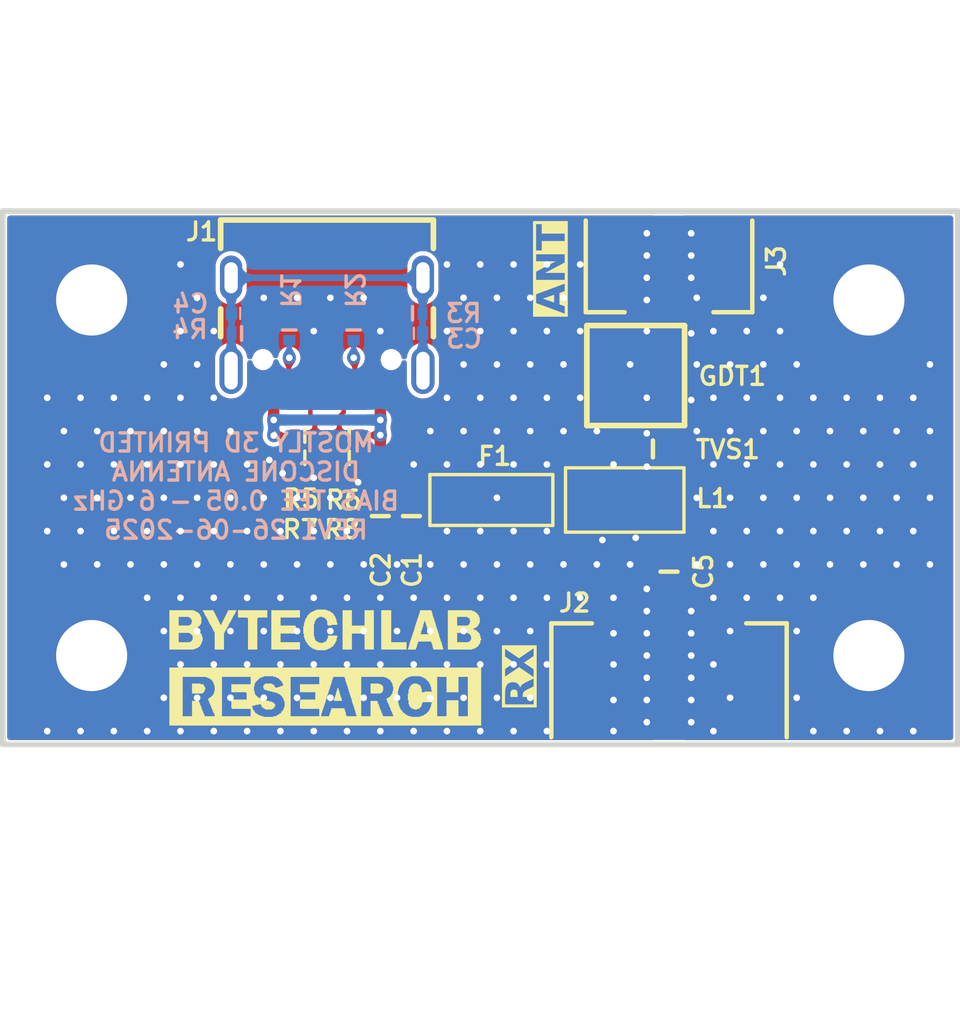
<source format=kicad_pcb>
(kicad_pcb (version 20241229) (generator "pcbnew") (generator_version "9.0")
  (layers (0 "F.Cu" signal "Top Layer") (2 "B.Cu" signal "Bottom Layer") (13 "F.Paste" user "Top Paste") (15 "B.Paste" user "Bottom Paste") (5 "F.SilkS" user "Top Overlay") (7 "B.SilkS" user "Bottom Overlay") (1 "F.Mask" user "Top Solder") (3 "B.Mask" user "Bottom Solder") (25 "Edge.Cuts" user))
  (property "AUTHOR" "Andrzej Laczewski")
  (property "PROJECT_NAME" "Mostly 3D Printed Discone Antenna")
  (net 0 "")
  (net 1 "VBUS")
  (net 2 "GND")
  (net 3 "Net-(C3-Pad1)")
  (net 4 "Net-(J3-X)")
  (net 5 "Net-(J2-X)")
  (net 6 "Net-(F1-Pad2)")
  (net 8 "Net-(J1-D1+)")
  (net 9 "Net-(J1-CC2)")
  (net 10 "Net-(J1-D1-)")
  (net 12 "Net-(J1-CC1)")
  (footprint "PCB_LIB:R_NC_0402_1005" (layer "F.Cu") (at 142.6011 104.1036 180)
    (property "Reference" "R8")
    (property "Value" "NC" (hide yes))
  )
  (footprint "PCB_LIB:R_NC_0402_1005" (layer "F.Cu") (at 140.6011 103.1036 180)
    (property "Reference" "R5")
    (property "Value" "NC" (hide yes))
  )
  (footprint "PCB_LIB:R_NC_0402_1005" (layer "F.Cu") (at 142.6011 103.1036)
    (property "Reference" "R6")
    (property "Value" "NC" (hide yes))
  )
  (footprint "" (layer "F.Cu") (at 131.0011 113.0036)
    (property "Reference" "")
    (property "Value" "")
  )
  (footprint "PCB_LIB:J_132366" (layer "F.Cu") (at 157.0011 116.7036 90)
    (property "Reference" "J2")
    (property "Value" "~" (hide yes))
  )
  (footprint "PCB_LIB:J_USB_C_USB4105" (layer "F.Cu") (at 141.6011 96.0036 180)
    (property "Reference" "J1")
    (property "Value" "~" (hide yes))
  )
  (footprint "PCB_LIB:C_0603_1608" (layer "F.Cu") (at 157.0011 109.2286 -90)
    (property "Reference" "C5")
    (property "Value" "10n" (hide yes))
  )
  (footprint "PCB_LIB:J_RF2-143-T-17-50-G" (layer "F.Cu") (at 157.0011 93.3036 -90)
    (property "Reference" "J3")
    (property "Value" "~" (hide yes))
  )
  (footprint "PCB_LIB:C_0603_1608" (layer "F.Cu") (at 144.0011 106.7286 -90)
    (property "Reference" "C2")
    (property "Value" "1u" (hide yes))
  )
  (footprint "PCB_LIB:R_NC_0402_1005" (layer "F.Cu") (at 140.6011 104.1036)
    (property "Reference" "R7")
    (property "Value" "NC" (hide yes))
  )
  (footprint "" (layer "F.Cu") (at 166.0011 97.0036)
    (property "Reference" "")
    (property "Value" "")
  )
  (footprint "PCB_LIB:L_RF_5.6uH_4.4x2mm_WA8514-AE" (layer "F.Cu") (at 155.00728 106.00352 180)
    (property "Reference" "L1")
    (property "Value" "5.6uH" (hide yes))
  )
  (footprint "PCB_LIB:R_0603_1608" (layer "F.Cu") (at 156.2761 103.7036 180)
    (property "Reference" "TVS1")
    (property "Value" "~" (hide yes))
  )
  (footprint "PCB_LIB:F_250mA_24V_1206" (layer "F.Cu") (at 149.0011 106.0036)
    (property "Reference" "F1")
    (property "Value" "~" (hide yes))
  )
  (footprint "PCB_LIB:C_0603_1608" (layer "F.Cu") (at 145.4011 106.7286 -90)
    (property "Reference" "C1")
    (property "Value" "100n" (hide yes))
  )
  (footprint "PCB_LIB:GDT_CG775MS" (layer "F.Cu") (at 155.5011 100.4036 180)
    (property "Reference" "GDT1")
    (property "Value" "~" (hide yes))
  )
  (footprint "" (layer "F.Cu") (at 166.0011 113.0036)
    (property "Reference" "")
    (property "Value" "")
  )
  (footprint "" (layer "F.Cu") (at 131.0011 97.0036)
    (property "Reference" "")
    (property "Value" "")
  )
  (footprint "PCB_LIB:R_0402_1005" (layer "B.Cu") (at 142.8011 98.3536 -90)
    (property "Reference" "R2")
    (property "Value" "5.1k" (hide yes))
  )
  (footprint "PCB_LIB:R_0402_1005" (layer "B.Cu") (at 139.9011 98.3536 -90)
    (property "Reference" "R1")
    (property "Value" "5.1k" (hide yes))
  )
  (footprint "PCB_LIB:C_0402_1005" (layer "B.Cu") (at 145.5111 98.5036 180)
    (property "Reference" "C3")
    (property "Value" "100n" (hide yes))
  )
  (footprint "PCB_LIB:C_0402_1005" (layer "B.Cu") (at 137.6911 97.6036)
    (property "Reference" "C4")
    (property "Value" "100n" (hide yes))
  )
  (footprint "PCB_LIB:R_0402_1005" (layer "B.Cu") (at 145.4511 97.6036)
    (property "Reference" "R3")
    (property "Value" "1M" (hide yes))
  )
  (footprint "PCB_LIB:R_0402_1005" (layer "B.Cu") (at 137.7511 98.5036 180)
    (property "Reference" "R4")
    (property "Value" "1M" (hide yes))
  )
  (gr_poly (pts (xy 141.0111 110.9936) (xy 141.0411 110.9936) (xy 141.0411 110.9636) (xy 141.1311 110.9636) (xy 141.1311 110.9336) (xy 141.5511 110.9336) (xy 141.5511 110.9636) (xy 141.6411 110.9636) (xy 141.6411 110.9936) (xy 141.7311 110.9936) (xy 141.7311 111.0236) (xy 141.7611 111.0236) (xy 141.7611 111.0536) (xy 141.8211 111.0536) (xy 141.8211 111.0836) (xy 141.8511 111.0836) (xy 141.8511 111.1136) (xy 141.8811 111.1136) (xy 141.8811 111.1436) (xy 141.9111 111.1436) (xy 141.9111 111.2036) (xy 141.9411 111.2036) (xy 141.9411 111.2336) (xy 141.9711 111.2336) (xy 141.9711 111.2936) (xy 142.0011 111.2936) (xy 142.0011 111.3836) (xy 142.0311 111.3836) (xy 142.0311 111.5036) (xy 142.0611 111.5036) (xy 142.0611 111.6236) (xy 141.7911 111.6236) (xy 141.7911 111.6536) (xy 141.6411 111.6536) (xy 141.6411 111.6236) (xy 141.6111 111.6236) (xy 141.6111 111.4436) (xy 141.5811 111.4436) (xy 141.5811 111.3836) (xy 141.5511 111.3836) (xy 141.5511 111.3536) (xy 141.5211 111.3536) (xy 141.5211 111.3236) (xy 141.4911 111.3236) (xy 141.4911 111.2936) (xy 141.4011 111.2936) (xy 141.4011 111.2636) (xy 141.2511 111.2636) (xy 141.2511 111.2936) (xy 141.1911 111.2936) (xy 141.1911 111.3236) (xy 141.1311 111.3236) (xy 141.1311 111.3836) (xy 141.1011 111.3836) (xy 141.1011 111.4136) (xy 141.0711 111.4136) (xy 141.0711 111.4736) (xy 141.0411 111.4736) (xy 141.0411 111.5936) (xy 141.0111 111.5936) (xy 141.0111 112.1336) (xy 141.0411 112.1336) (xy 141.0411 112.2536) (xy 141.0711 112.2536) (xy 141.0711 112.3136) (xy 141.1011 112.3136) (xy 141.1011 112.3436) (xy 141.1311 112.3436) (xy 141.1311 112.3736) (xy 141.1911 112.3736) (xy 141.1911 112.4036) (xy 141.2511 112.4036) (xy 141.2511 112.4336) (xy 141.4311 112.4336) (xy 141.4311 112.4036) (xy 141.4911 112.4036) (xy 141.4911 112.3736) (xy 141.5511 112.3736) (xy 141.5511 112.3436) (xy 141.5811 112.3436) (xy 141.5811 112.2836) (xy 141.6111 112.2836) (xy 141.6111 112.2236) (xy 141.6411 112.2236) (xy 141.6411 112.1036) (xy 142.0611 112.1036) (xy 142.0611 112.2236) (xy 142.0311 112.2236) (xy 142.0311 112.3436) (xy 142.0011 112.3436) (xy 142.0011 112.4036) (xy 141.9711 112.4036) (xy 141.9711 112.4636) (xy 141.9411 112.4636) (xy 141.9411 112.4936) (xy 141.9111 112.4936) (xy 141.9111 112.5536) (xy 141.8811 112.5536) (xy 141.8811 112.5836) (xy 141.8511 112.5836) (xy 141.8511 112.6136) (xy 141.7911 112.6136) (xy 141.7911 112.6436) (xy 141.7611 112.6436) (xy 141.7611 112.6736) (xy 141.7011 112.6736) (xy 141.7011 112.7036) (xy 141.6411 112.7036) (xy 141.6411 112.7336) (xy 141.5511 112.7336) (xy 141.5511 112.7636) (xy 141.1311 112.7636) (xy 141.1311 112.7336) (xy 141.0411 112.7336) (xy 141.0411 112.7036) (xy 140.9511 112.7036) (xy 140.9511 112.6736) (xy 140.9211 112.6736) (xy 140.9211 112.6436) (xy 140.8611 112.6436) (xy 140.8611 112.6136) (xy 140.8311 112.6136) (xy 140.8311 112.5836) (xy 140.8011 112.5836) (xy 140.8011 112.5536) (xy 140.7711 112.5536) (xy 140.7711 112.5236) (xy 140.7411 112.5236) (xy 140.7411 112.4936) (xy 140.7111 112.4936) (xy 140.7111 112.4336) (xy 140.6811 112.4336) (xy 140.6811 112.4036) (xy 140.6511 112.4036) (xy 140.6511 112.3436) (xy 140.6211 112.3436) (xy 140.6211 112.2836) (xy 140.5911 112.2836) (xy 140.5911 112.1936) (xy 140.5611 112.1936) (xy 140.5611 112.0136) (xy 140.5311 112.0136) (xy 140.5311 111.6836) (xy 140.5611 111.6836) (xy 140.5611 111.5336) (xy 140.5911 111.5336) (xy 140.5911 111.4436) (xy 140.6211 111.4436) (xy 140.6211 111.3536) (xy 140.6511 111.3536) (xy 140.6511 111.3236) (xy 140.6811 111.3236) (xy 140.6811 111.2636) (xy 140.7111 111.2636) (xy 140.7111 111.2036) (xy 140.7411 111.2036) (xy 140.7411 111.1736) (xy 140.7711 111.1736) (xy 140.7711 111.1436) (xy 140.8011 111.1436) (xy 140.8011 111.1136) (xy 140.8311 111.1136) (xy 140.8311 111.0836) (xy 140.8611 111.0836) (xy 140.8611 111.0536) (xy 140.9211 111.0536) (xy 140.9211 111.0236) (xy 140.9811 111.0236) (xy 140.9811 110.9936)) (fill yes) (layer "F.SilkS"))
  (gr_poly (pts (xy 135.9111 114.2636) (xy 135.9111 114.2936) (xy 136.0311 114.2936) (xy 136.0311 114.3236) (xy 136.0611 114.3236) (xy 136.0611 114.3836) (xy 136.0911 114.3836) (xy 136.0911 114.4436) (xy 136.1211 114.4436) (xy 136.1211 114.5336) (xy 136.0911 114.5336) (xy 136.0911 114.6236) (xy 136.0611 114.6236) (xy 136.0611 114.6536) (xy 136.0311 114.6536) (xy 136.0311 114.6836) (xy 136.0011 114.6836) (xy 136.0011 114.7136) (xy 135.5211 114.7136) (xy 135.5211 114.2636) (xy 135.8811 114.2636)) (fill yes) (layer "F.SilkS"))
  (gr_poly (pts (xy 148.5411 116.1536) (xy 134.5011 116.1536) (xy 134.5011 115.7336) (xy 135.1011 115.7336) (xy 135.5211 115.7336) (xy 135.5211 115.0436) (xy 135.8211 115.0436) (xy 135.8211 115.0736) (xy 135.8511 115.0736) (xy 135.8511 115.1336) (xy 135.8811 115.1336) (xy 135.8811 115.2236) (xy 135.9111 115.2236) (xy 135.9111 115.2836) (xy 135.9411 115.2836) (xy 135.9411 115.3736) (xy 135.9711 115.3736) (xy 135.9711 115.4636) (xy 136.0011 115.4636) (xy 136.0011 115.5236) (xy 136.0311 115.5236) (xy 136.0311 115.6136) (xy 136.0611 115.6136) (xy 136.0611 115.6736) (xy 136.0911 115.6736) (xy 136.0911 115.7336) (xy 136.5411 115.7336) (xy 136.8711 115.7336) (xy 138.1611 115.7336) (xy 138.1611 115.4036) (xy 137.3211 115.4036) (xy 137.3211 115.3736) (xy 137.2911 115.3736) (xy 137.2911 115.2836) (xy 138.2211 115.2836) (xy 138.2211 115.3136) (xy 138.2511 115.3136) (xy 138.2511 115.4036) (xy 138.2811 115.4036) (xy 138.2811 115.4636) (xy 138.3111 115.4636) (xy 138.3111 115.4936) (xy 138.3411 115.4936) (xy 138.3411 115.5536) (xy 138.3711 115.5536) (xy 138.3711 115.5836) (xy 138.4011 115.5836) (xy 138.4011 115.6136) (xy 138.4611 115.6136) (xy 138.4611 115.6436) (xy 138.4911 115.6436) (xy 138.4911 115.6736) (xy 138.5511 115.6736) (xy 138.5511 115.7036) (xy 138.6411 115.7036) (xy 138.6411 115.7336) (xy 138.7311 115.7336) (xy 138.7311 115.7636) (xy 139.1811 115.7636) (xy 139.1811 115.7336) (xy 139.3011 115.7336) (xy 139.9611 115.7336) (xy 141.2511 115.7336) (xy 141.2511 115.6136) (xy 141.3411 115.6136) (xy 141.3411 115.7336) (xy 141.7011 115.7336) (xy 141.7011 115.6436) (xy 141.7311 115.6436) (xy 141.7311 115.6136) (xy 141.7311 115.5836) (xy 141.7311 115.5536) (xy 141.7611 115.5536) (xy 141.7611 115.4636) (xy 141.7911 115.4636) (xy 141.7911 115.3736) (xy 142.3911 115.3736) (xy 142.3911 115.4636) (xy 142.4211 115.4636) (xy 142.4211 115.5536) (xy 142.4511 115.5536) (xy 142.4511 115.6736) (xy 142.4811 115.6736) (xy 142.4811 115.7336) (xy 142.9311 115.7336) (xy 143.1411 115.7336) (xy 143.5611 115.7336) (xy 143.5611 115.0436) (xy 143.8611 115.0436) (xy 143.8611 115.0736) (xy 143.8911 115.0736) (xy 143.8911 115.1636) (xy 143.9211 115.1636) (xy 143.9211 115.2236) (xy 143.9511 115.2236) (xy 143.9511 115.3136) (xy 143.9811 115.3136) (xy 143.9811 115.4036) (xy 144.0111 115.4036) (xy 144.0111 115.4636) (xy 144.0411 115.4636) (xy 144.0411 115.5536) (xy 144.0711 115.5536) (xy 144.0711 115.6136) (xy 144.1011 115.6136) (xy 144.1011 115.7036) (xy 144.1311 115.7036) (xy 144.1311 115.7336) (xy 144.5811 115.7336) (xy 144.5811 115.6736) (xy 144.5511 115.6736) (xy 144.5511 115.5836) (xy 144.5211 115.5836) (xy 144.5211 115.5236) (xy 144.4911 115.5236) (xy 144.4911 115.4636) (xy 144.4611 115.4636) (xy 144.4611 115.3736) (xy 144.4311 115.3736) (xy 144.4311 115.3136) (xy 144.4011 115.3136) (xy 144.4011 115.2236) (xy 144.3711 115.2236) (xy 144.3711 115.1636) (xy 144.3411 115.1636) (xy 144.3411 115.1036) (xy 144.3111 115.1036) (xy 144.3111 115.0136) (xy 144.2811 115.0136) (xy 144.2811 114.9236) (xy 144.3411 114.9236) (xy 144.3411 114.8936) (xy 144.4011 114.8936) (xy 144.4011 114.8636) (xy 144.4311 114.8636) (xy 144.4311 114.8336) (xy 144.4611 114.8336) (xy 144.4611 114.8036) (xy 144.4911 114.8036) (xy 144.4911 114.7436) (xy 144.5211 114.7436) (xy 144.5211 114.7136) (xy 144.5511 114.7136) (xy 144.5511 114.5936) (xy 144.5811 114.5936) (xy 144.7911 114.5936) (xy 144.7911 115.1036) (xy 144.8211 115.1036) (xy 144.8211 115.2236) (xy 144.8511 115.2236) (xy 144.8511 115.3136) (xy 144.8811 115.3136) (xy 144.8811 115.3736) (xy 144.9111 115.3736) (xy 144.9111 115.4336) (xy 144.9411 115.4336) (xy 144.9411 115.4636) (xy 144.9711 115.4636) (xy 144.9711 115.4936) (xy 145.0011 115.4936) (xy 145.0011 115.5536) (xy 145.0311 115.5536) (xy 145.0311 115.5836) (xy 145.0911 115.5836) (xy 145.0911 115.6136) (xy 145.1211 115.6136) (xy 145.1211 115.6436) (xy 145.1511 115.6436) (xy 145.1511 115.6736) (xy 145.2111 115.6736) (xy 145.2111 115.7036) (xy 145.2711 115.7036) (xy 145.2711 115.7336) (xy 145.3911 115.7336) (xy 145.3911 115.7636) (xy 145.7811 115.7636) (xy 145.7811 115.7336) (xy 145.8711 115.7336) (xy 146.5611 115.7336) (xy 146.9811 115.7336) (xy 146.9811 115.0136) (xy 147.5211 115.0136) (xy 147.5211 115.0436) (xy 147.5211 115.0736) (xy 147.5211 115.7336) (xy 147.9411 115.7336) (xy 147.9411 113.9636) (xy 147.5211 113.9636) (xy 147.5211 114.6536) (xy 146.9811 114.6536) (xy 146.9811 113.9636) (xy 146.5611 113.9636) (xy 146.5611 115.7336) (xy 145.8711 115.7336) (xy 145.8711 115.7036) (xy 145.9611 115.7036) (xy 145.9611 115.6736) (xy 145.9911 115.6736) (xy 145.9911 115.6436) (xy 146.0511 115.6436) (xy 146.0511 115.6136) (xy 146.0811 115.6136) (xy 146.0811 115.5836) (xy 146.1111 115.5836) (xy 146.1111 115.5536) (xy 146.1411 115.5536) (xy 146.1411 115.5236) (xy 146.1711 115.5236) (xy 146.1711 115.4936) (xy 146.2011 115.4936) (xy 146.2011 115.4336) (xy 146.2311 115.4336) (xy 146.2311 115.3736) (xy 146.2611 115.3736) (xy 146.2611 115.2836) (xy 146.2911 115.2836) (xy 146.2911 115.1636) (xy 146.3211 115.1636) (xy 146.3211 115.1336) (xy 146.2911 115.1336) (xy 146.2911 115.1036) (xy 145.9011 115.1036) (xy 145.9011 115.1636) (xy 145.8711 115.1636) (xy 145.8711 115.2536) (xy 145.8411 115.2536) (xy 145.8411 115.3136) (xy 145.8111 115.3136) (xy 145.8111 115.3436) (xy 145.7811 115.3436) (xy 145.7811 115.3736) (xy 145.7511 115.3736) (xy 145.7511 115.4036) (xy 145.6611 115.4036) (xy 145.6611 115.4336) (xy 145.5111 115.4336) (xy 145.5111 115.4036) (xy 145.4211 115.4036) (xy 145.4211 115.3736) (xy 145.3911 115.3736) (xy 145.3911 115.3436) (xy 145.3611 115.3436) (xy 145.3611 115.3136) (xy 145.3311 115.3136) (xy 145.3311 115.2836) (xy 145.3011 115.2836) (xy 145.3011 115.1936) (xy 145.2711 115.1936) (xy 145.2711 115.0136) (xy 145.2411 115.0136) (xy 145.2411 114.7136) (xy 145.2711 114.7136) (xy 145.2711 114.5336) (xy 145.3011 114.5336) (xy 145.3011 114.4436) (xy 145.3311 114.4436) (xy 145.3311 114.3836) (xy 145.3611 114.3836) (xy 145.3611 114.3536) (xy 145.3911 114.3536) (xy 145.3911 114.3236) (xy 145.4211 114.3236) (xy 145.4211 114.2936) (xy 145.4811 114.2936) (xy 145.4811 114.2636) (xy 145.6611 114.2636) (xy 145.6611 114.2936) (xy 145.7211 114.2936) (xy 145.7211 114.3236) (xy 145.7811 114.3236) (xy 145.7811 114.3536) (xy 145.8111 114.3536) (xy 145.8111 114.4136) (xy 145.8411 114.4136) (xy 145.8411 114.5036) (xy 145.8711 114.5036) (xy 145.8711 114.6536) (xy 145.9911 114.6536) (xy 145.9911 114.6236) (xy 146.3211 114.6236) (xy 146.3211 114.5636) (xy 146.2911 114.5636) (xy 146.2911 114.4136) (xy 146.2611 114.4136) (xy 146.2611 114.3236) (xy 146.2311 114.3236) (xy 146.2311 114.2636) (xy 146.2011 114.2636) (xy 146.2011 114.2036) (xy 146.1711 114.2036) (xy 146.1711 114.1736) (xy 146.1411 114.1736) (xy 146.1411 114.1436) (xy 146.1111 114.1436) (xy 146.1111 114.1136) (xy 146.0811 114.1136) (xy 146.0811 114.0836) (xy 146.0511 114.0836) (xy 146.0511 114.0536) (xy 146.0211 114.0536) (xy 146.0211 114.0236) (xy 145.9611 114.0236) (xy 145.9611 113.9936) (xy 145.9011 113.9936) (xy 145.9011 113.9636) (xy 145.8111 113.9636) (xy 145.8111 113.9336) (xy 145.3611 113.9336) (xy 145.3611 113.9636) (xy 145.2711 113.9636) (xy 145.2711 113.9936) (xy 145.2111 113.9936) (xy 145.2111 114.0236) (xy 145.1511 114.0236) (xy 145.1511 114.0536) (xy 145.1211 114.0536) (xy 145.1211 114.0836) (xy 145.0911 114.0836) (xy 145.0911 114.1136) (xy 145.0611 114.1136) (xy 145.0611 114.1436) (xy 145.0311 114.1436) (xy 145.0311 114.1736) (xy 145.0011 114.1736) (xy 145.0011 114.2036) (xy 144.9711 114.2036) (xy 144.9711 114.2336) (xy 144.9411 114.2336) (xy 144.9411 114.2936) (xy 144.9111 114.2936) (xy 144.9111 114.3236) (xy 144.8811 114.3236) (xy 144.8811 114.3836) (xy 144.8511 114.3836) (xy 144.8511 114.4736) (xy 144.8211 114.4736) (xy 144.8211 114.5936) (xy 144.7911 114.5936) (xy 144.5811 114.5936) (xy 144.5811 114.5336) (xy 144.5811 114.5036) (xy 144.5811 114.3836) (xy 144.5511 114.3836) (xy 144.5511 114.2636) (xy 144.5211 114.2636) (xy 144.5211 114.2036) (xy 144.4911 114.2036) (xy 144.4911 114.1736) (xy 144.4611 114.1736) (xy 144.4611 114.1136) (xy 144.4311 114.1136) (xy 144.4311 114.0836) (xy 144.3711 114.0836) (xy 144.3711 114.0536) (xy 144.3411 114.0536) (xy 144.3411 114.0236) (xy 144.2811 114.0236) (xy 144.2811 113.9936) (xy 144.1911 113.9936) (xy 144.1911 113.9636) (xy 143.1411 113.9636) (xy 143.1411 115.7336) (xy 142.9311 115.7336) (xy 142.9311 115.6736) (xy 142.9011 115.6736) (xy 142.9011 115.5836) (xy 142.8711 115.5836) (xy 142.8711 115.4636) (xy 142.8411 115.4636) (xy 142.8411 115.3736) (xy 142.8111 115.3736) (xy 142.8111 115.2836) (xy 142.7811 115.2836) (xy 142.7811 115.1936) (xy 142.7511 115.1936) (xy 142.7511 115.1036) (xy 142.7211 115.1036) (xy 142.7211 114.9836) (xy 142.6911 114.9836) (xy 142.6911 114.8936) (xy 142.6611 114.8936) (xy 142.6611 114.8036) (xy 142.6311 114.8036) (xy 142.6311 114.7136) (xy 142.6011 114.7136) (xy 142.6011 114.6236) (xy 142.5711 114.6236) (xy 142.5711 114.5036) (xy 142.5411 114.5036) (xy 142.5411 114.4136) (xy 142.5111 114.4136) (xy 142.5111 114.3236) (xy 142.4811 114.3236) (xy 142.4811 114.2336) (xy 142.4511 114.2336) (xy 142.4511 114.1436) (xy 142.4211 114.1436) (xy 142.4211 114.0236) (xy 142.3911 114.0236) (xy 142.3911 113.9636) (xy 141.8811 113.9636) (xy 141.8811 114.0236) (xy 141.8511 114.0236) (xy 141.8511 114.1136) (xy 141.8211 114.1136) (xy 141.8211 114.2336) (xy 141.7911 114.2336) (xy 141.7911 114.3236) (xy 141.7611 114.3236) (xy 141.7611 114.4136) (xy 141.7311 114.4136) (xy 141.7311 114.5036) (xy 141.7011 114.5036) (xy 141.7011 114.5936) (xy 141.6711 114.5936) (xy 141.6711 114.6836) (xy 141.6411 114.6836) (xy 141.6411 114.7736) (xy 141.6111 114.7736) (xy 141.6111 114.8636) (xy 141.5811 114.8636) (xy 141.5811 114.9836) (xy 141.5511 114.9836) (xy 141.5511 115.0736) (xy 141.5211 115.0736) (xy 141.5211 115.1636) (xy 141.4911 115.1636) (xy 141.4911 115.2536) (xy 141.4611 115.2536) (xy 141.4611 115.3436) (xy 141.4311 115.3436) (xy 141.4311 115.4336) (xy 141.4011 115.4336) (xy 141.4011 115.5236) (xy 141.3711 115.5236) (xy 141.3711 115.6136) (xy 141.3411 115.6136) (xy 141.2511 115.6136) (xy 141.2511 115.4036) (xy 140.4111 115.4036) (xy 140.4111 115.3736) (xy 140.3811 115.3736) (xy 140.3811 115.0136) (xy 140.4111 115.0136) (xy 140.4111 114.9836) (xy 141.0711 114.9836) (xy 141.0711 114.6536) (xy 140.3811 114.6536) (xy 140.3811 114.2936) (xy 141.2511 114.2936) (xy 141.2511 113.9636) (xy 139.9611 113.9636) (xy 139.9611 115.7336) (xy 139.3011 115.7336) (xy 139.3011 115.7036) (xy 139.3611 115.7036) (xy 139.3611 115.6736) (xy 139.4211 115.6736) (xy 139.4211 115.6436) (xy 139.4511 115.6436) (xy 139.4511 115.6136) (xy 139.5111 115.6136) (xy 139.5111 115.5836) (xy 139.5411 115.5836) (xy 139.5411 115.5236) (xy 139.5711 115.5236) (xy 139.5711 115.4936) (xy 139.6011 115.4936) (xy 139.6011 115.4636) (xy 139.6311 115.4636) (xy 139.6311 115.4036) (xy 139.6611 115.4036) (xy 139.6611 115.3136) (xy 139.6911 115.3136) (xy 139.6911 115.0736) (xy 139.6611 115.0736) (xy 139.6611 114.9836) (xy 139.6311 114.9836) (xy 139.6311 114.9236) (xy 139.6011 114.9236) (xy 139.6011 114.8636) (xy 139.5711 114.8636) (xy 139.5711 114.8336) (xy 139.5411 114.8336) (xy 139.5411 114.8036) (xy 139.5111 114.8036) (xy 139.5111 114.7736) (xy 139.4811 114.7736) (xy 139.4811 114.7436) (xy 139.4211 114.7436) (xy 139.4211 114.7136) (xy 139.3611 114.7136) (xy 139.3611 114.6836) (xy 139.2711 114.6836) (xy 139.2711 114.6536) (xy 139.1511 114.6536) (xy 139.1511 114.6236) (xy 139.0311 114.6236) (xy 139.0311 114.5936) (xy 138.9111 114.5936) (xy 138.9111 114.5636) (xy 138.8211 114.5636) (xy 138.8211 114.5336) (xy 138.7611 114.5336) (xy 138.7611 114.4736) (xy 138.7311 114.4736) (xy 138.7311 114.3536) (xy 138.7611 114.3536) (xy 138.7611 114.2936) (xy 138.8211 114.2936) (xy 138.8211 114.2636) (xy 139.1211 114.2636) (xy 139.1211 114.2936) (xy 139.1811 114.2936) (xy 139.1811 114.3236) (xy 139.2111 114.3236) (xy 139.2111 114.3536) (xy 139.2411 114.3536) (xy 139.2411 114.4136) (xy 139.2711 114.4136) (xy 139.2711 114.4436) (xy 139.3911 114.4436) (xy 139.3911 114.4136) (xy 139.4811 114.4136) (xy 139.4811 114.3836) (xy 139.5711 114.3836) (xy 139.5711 114.3536) (xy 139.6311 114.3536) (xy 139.6311 114.2936) (xy 139.6011 114.2936) (xy 139.6011 114.2336) (xy 139.5711 114.2336) (xy 139.5711 114.1736) (xy 139.5411 114.1736) (xy 139.5411 114.1436) (xy 139.5111 114.1436) (xy 139.5111 114.1136) (xy 139.4811 114.1136) (xy 139.4811 114.0836) (xy 139.4511 114.0836) (xy 139.4511 114.0536) (xy 139.4211 114.0536) (xy 139.4211 114.0236) (xy 139.3611 114.0236) (xy 139.3611 113.9936) (xy 139.3011 113.9936) (xy 139.3011 113.9636) (xy 139.1811 113.9636) (xy 139.1811 113.9336) (xy 138.7611 113.9336) (xy 138.7611 113.9636) (xy 138.6711 113.9636) (xy 138.6711 113.9936) (xy 138.6111 113.9936) (xy 138.6111 114.0236) (xy 138.5511 114.0236) (xy 138.5511 114.0536) (xy 138.5211 114.0536) (xy 138.5211 114.0836) (xy 138.4911 114.0836) (xy 138.4911 114.1136) (xy 138.4611 114.1136) (xy 138.4611 114.1436) (xy 138.4311 114.1436) (xy 138.4311 114.1736) (xy 138.4011 114.1736) (xy 138.4011 114.2036) (xy 138.3711 114.2036) (xy 138.3711 114.2636) (xy 138.3411 114.2636) (xy 138.3411 114.3836) (xy 138.3111 114.3836) (xy 138.3111 114.5936) (xy 138.3411 114.5936) (xy 138.3411 114.7136) (xy 138.3711 114.7136) (xy 138.3711 114.7736) (xy 138.4011 114.7736) (xy 138.4011 114.8036) (xy 138.4311 114.8036) (xy 138.4311 114.8336) (xy 138.4611 114.8336) (xy 138.4611 114.8636) (xy 138.4911 114.8636) (xy 138.4911 114.8936) (xy 138.5511 114.8936) (xy 138.5511 114.9236) (xy 138.6111 114.9236) (xy 138.6111 114.9536) (xy 138.6711 114.9536) (xy 138.6711 114.9836) (xy 138.7611 114.9836) (xy 138.7611 115.0136) (xy 138.8811 115.0136) (xy 138.8811 115.0436) (xy 139.0011 115.0436) (xy 139.0011 115.0736) (xy 139.1211 115.0736) (xy 139.1211 115.1036) (xy 139.1811 115.1036) (xy 139.1811 115.1336) (xy 139.2111 115.1336) (xy 139.2111 115.1636) (xy 139.2411 115.1636) (xy 139.2411 115.1936) (xy 139.2711 115.1936) (xy 139.2711 115.2836) (xy 139.2411 115.2836) (xy 139.2411 115.3436) (xy 139.2111 115.3436) (xy 139.2111 115.3736) (xy 139.1811 115.3736) (xy 139.1811 115.4036) (xy 139.1211 115.4036) (xy 139.1211 115.4336) (xy 138.8211 115.4336) (xy 138.8211 115.4036) (xy 138.7611 115.4036) (xy 138.7611 115.3736) (xy 138.7311 115.3736) (xy 138.7311 115.3436) (xy 138.6711 115.3436) (xy 138.6711 115.2836) (xy 138.6411 115.2836) (xy 138.6411 115.2236) (xy 138.6111 115.2236) (xy 138.6111 115.1936) (xy 138.5211 115.1936) (xy 138.5211 115.2236) (xy 138.3711 115.2236) (xy 138.3711 115.2536) (xy 138.2511 115.2536) (xy 138.2511 115.2836) (xy 138.2211 115.2836) (xy 137.2911 115.2836) (xy 137.2911 115.0136) (xy 137.3211 115.0136) (xy 137.3211 114.9836) (xy 137.9811 114.9836) (xy 137.9811 114.6836) (xy 137.9511 114.6836) (xy 137.9511 114.6536) (xy 137.2911 114.6536) (xy 137.2911 114.2936) (xy 138.1611 114.2936) (xy 138.1611 113.9636) (xy 136.8711 113.9636) (xy 136.8711 115.7336) (xy 136.5411 115.7336) (xy 136.5411 115.6436) (xy 136.5111 115.6436) (xy 136.5111 115.5836) (xy 136.4811 115.5836) (xy 136.4811 115.5236) (xy 136.4511 115.5236) (xy 136.4511 115.4336) (xy 136.4211 115.4336) (xy 136.4211 115.3736) (xy 136.3911 115.3736) (xy 136.3911 115.2836) (xy 136.3611 115.2836) (xy 136.3611 115.2236) (xy 136.3311 115.2236) (xy 136.3311 115.1636) (xy 136.3011 115.1636) (xy 136.3011 115.0736) (xy 136.2711 115.0736) (xy 136.2711 115.0136) (xy 136.2411 115.0136) (xy 136.2411 114.9536) (xy 136.2711 114.9536) (xy 136.2711 114.9236) (xy 136.3011 114.9236) (xy 136.3011 114.8936) (xy 136.3611 114.8936) (xy 136.3611 114.8636) (xy 136.3911 114.8636) (xy 136.3911 114.8336) (xy 136.4211 114.8336) (xy 136.4211 114.8036) (xy 136.4511 114.8036) (xy 136.4511 114.7736) (xy 136.4811 114.7736) (xy 136.4811 114.7136) (xy 136.5111 114.7136) (xy 136.5111 114.6236) (xy 136.5411 114.6236) (xy 136.5411 114.3536) (xy 136.5111 114.3536) (xy 136.5111 114.2636) (xy 136.4811 114.2636) (xy 136.4811 114.2036) (xy 136.4511 114.2036) (xy 136.4511 114.1436) (xy 136.4211 114.1436) (xy 136.4211 114.1136) (xy 136.3911 114.1136) (xy 136.3911 114.0836) (xy 136.3611 114.0836) (xy 136.3611 114.0536) (xy 136.3011 114.0536) (xy 136.3011 114.0236) (xy 136.2411 114.0236) (xy 136.2411 113.9936) (xy 136.1511 113.9936) (xy 136.1511 113.9636) (xy 135.1011 113.9636) (xy 135.1011 115.7336) (xy 134.5011 115.7336) (xy 134.5011 113.5436) (xy 148.5411 113.5436)) (fill yes) (layer "F.SilkS"))
  (gr_poly (pts (xy 145.1811 112.4036) (xy 145.1811 112.7336) (xy 144.0411 112.7336) (xy 144.0411 110.9636) (xy 144.4911 110.9636) (xy 144.4911 112.4036) (xy 145.1511 112.4036)) (fill yes) (layer "F.SilkS"))
  (gr_poly (pts (xy 142.1211 114.5036) (xy 142.1211 114.5636) (xy 142.1511 114.5636) (xy 142.1511 114.6536) (xy 142.1811 114.6536) (xy 142.1811 114.7736) (xy 142.2111 114.7736) (xy 142.2111 114.8636) (xy 142.2411 114.8636) (xy 142.2411 114.9536) (xy 142.2711 114.9536) (xy 142.2711 115.0436) (xy 141.9111 115.0436) (xy 141.9111 114.9536) (xy 141.9411 114.9536) (xy 141.9411 114.8636) (xy 141.9711 114.8636) (xy 141.9711 114.7736) (xy 142.0011 114.7736) (xy 142.0011 114.6536) (xy 142.0311 114.6536) (xy 142.0311 114.5636) (xy 142.0611 114.5636) (xy 142.0611 114.4736) (xy 142.1211 114.4736)) (fill yes) (layer "F.SilkS"))
  (gr_poly (pts (xy 148.1211 110.9936) (xy 148.2111 110.9936) (xy 148.2111 111.0236) (xy 148.2711 111.0236) (xy 148.2711 111.0536) (xy 148.3011 111.0536) (xy 148.3011 111.0836) (xy 148.3611 111.0836) (xy 148.3611 111.1436) (xy 148.3911 111.1436) (xy 148.3911 111.1736) (xy 148.4211 111.1736) (xy 148.4211 111.2036) (xy 148.4511 111.2036) (xy 148.4511 111.2936) (xy 148.4811 111.2936) (xy 148.4811 111.5336) (xy 148.4511 111.5336) (xy 148.4511 111.5936) (xy 148.4211 111.5936) (xy 148.4211 111.6536) (xy 148.3911 111.6536) (xy 148.3911 111.6836) (xy 148.3611 111.6836) (xy 148.3611 111.7136) (xy 148.3311 111.7136) (xy 148.3311 111.7436) (xy 148.2711 111.7436) (xy 148.2711 111.7736) (xy 148.2111 111.7736) (xy 148.2111 111.8036) (xy 148.1811 111.8036) (xy 148.1811 111.8336) (xy 148.2711 111.8336) (xy 148.2711 111.8636) (xy 148.3311 111.8636) (xy 148.3311 111.8936) (xy 148.3611 111.8936) (xy 148.3611 111.9236) (xy 148.3911 111.9236) (xy 148.3911 111.9536) (xy 148.4211 111.9536) (xy 148.4211 111.9836) (xy 148.4511 111.9836) (xy 148.4511 112.0136) (xy 148.4811 112.0136) (xy 148.4811 112.1036) (xy 148.5111 112.1036) (xy 148.5111 112.2236) (xy 148.5411 112.2236) (xy 148.5411 112.3136) (xy 148.5111 112.3136) (xy 148.5111 112.4336) (xy 148.4811 112.4336) (xy 148.4811 112.4936) (xy 148.4511 112.4936) (xy 148.4511 112.5236) (xy 148.4211 112.5236) (xy 148.4211 112.5836) (xy 148.3911 112.5836) (xy 148.3911 112.6136) (xy 148.3311 112.6136) (xy 148.3311 112.6436) (xy 148.3011 112.6436) (xy 148.3011 112.6736) (xy 148.2411 112.6736) (xy 148.2411 112.7036) (xy 148.1511 112.7036) (xy 148.1511 112.7336) (xy 147.0411 112.7336) (xy 147.0411 112.0136) (xy 147.4611 112.0136) (xy 147.4611 112.4036) (xy 147.9711 112.4036) (xy 147.9711 112.3736) (xy 148.0311 112.3736) (xy 148.0311 112.3436) (xy 148.0611 112.3436) (xy 148.0611 112.2836) (xy 148.0911 112.2836) (xy 148.0911 112.1336) (xy 148.0611 112.1336) (xy 148.0611 112.0736) (xy 148.0311 112.0736) (xy 148.0311 112.0436) (xy 148.0011 112.0436) (xy 148.0011 112.0136) (xy 147.9411 112.0136) (xy 147.9411 111.9836) (xy 147.4611 111.9836) (xy 147.4611 112.0136) (xy 147.0411 112.0136) (xy 147.0411 111.6536) (xy 147.4611 111.6536) (xy 147.9411 111.6536) (xy 147.9411 111.6236) (xy 148.0011 111.6236) (xy 148.0011 111.5636) (xy 148.0311 111.5636) (xy 148.0311 111.4736) (xy 148.0611 111.4736) (xy 148.0611 111.4436) (xy 148.0311 111.4436) (xy 148.0311 111.3536) (xy 148.0011 111.3536) (xy 148.0011 111.3236) (xy 147.9711 111.3236) (xy 147.9711 111.2936) (xy 147.9111 111.2936) (xy 147.9111 111.2636) (xy 147.4611 111.2636) (xy 147.4611 111.6536) (xy 147.0411 111.6536) (xy 147.0411 110.9636) (xy 148.1211 110.9636)) (fill yes) (layer "F.SilkS"))
  (gr_poly (pts (xy 142.7211 111.0836) (xy 142.7211 111.6536) (xy 143.2911 111.6536) (xy 143.2911 110.9636) (xy 143.7111 110.9636) (xy 143.7111 112.7336) (xy 143.2911 112.7336) (xy 143.2911 112.0136) (xy 142.7211 112.0136) (xy 142.7211 112.7336) (xy 142.3011 112.7336) (xy 142.3011 110.9636) (xy 142.7211 110.9636) (xy 142.7211 111.0536)) (fill yes) (layer "F.SilkS"))
  (gr_poly (pts (xy 137.2911 111.3836) (xy 137.2911 111.4436) (xy 137.2611 111.4436) (xy 137.2611 111.5036) (xy 137.2311 111.5036) (xy 137.2311 111.5336) (xy 137.2011 111.5336) (xy 137.2011 111.5936) (xy 137.1711 111.5936) (xy 137.1711 111.6536) (xy 137.1411 111.6536) (xy 137.1411 111.7136) (xy 137.1111 111.7136) (xy 137.1111 111.7736) (xy 137.0811 111.7736) (xy 137.0811 111.8336) (xy 137.0511 111.8336) (xy 137.0511 111.8636) (xy 137.0211 111.8636) (xy 137.0211 111.9236) (xy 136.9911 111.9236) (xy 136.9911 111.9836) (xy 136.9611 111.9836) (xy 136.9611 112.7336) (xy 136.5411 112.7336) (xy 136.5411 111.9536) (xy 136.5111 111.9536) (xy 136.5111 111.8936) (xy 136.4811 111.8936) (xy 136.4811 111.8336) (xy 136.4511 111.8336) (xy 136.4511 111.7736) (xy 136.4211 111.7736) (xy 136.4211 111.7136) (xy 136.3911 111.7136) (xy 136.3911 111.6536) (xy 136.3611 111.6536) (xy 136.3611 111.6236) (xy 136.3311 111.6236) (xy 136.3311 111.5636) (xy 136.3011 111.5636) (xy 136.3011 111.5036) (xy 136.2711 111.5036) (xy 136.2711 111.4436) (xy 136.2411 111.4436) (xy 136.2411 111.3836) (xy 136.2111 111.3836) (xy 136.2111 111.3236) (xy 136.1811 111.3236) (xy 136.1811 111.2636) (xy 136.1511 111.2636) (xy 136.1511 111.2336) (xy 136.1211 111.2336) (xy 136.1211 111.1736) (xy 136.0911 111.1736) (xy 136.0911 111.1136) (xy 136.0611 111.1136) (xy 136.0611 111.0536) (xy 136.0311 111.0536) (xy 136.0311 110.9936) (xy 136.0011 110.9936) (xy 136.0011 110.9636) (xy 136.4811 110.9636) (xy 136.4811 110.9936) (xy 136.5111 110.9936) (xy 136.5111 111.0536) (xy 136.5411 111.0536) (xy 136.5411 111.1136) (xy 136.5711 111.1136) (xy 136.5711 111.1736) (xy 136.6011 111.1736) (xy 136.6011 111.2336) (xy 136.6311 111.2336) (xy 136.6311 111.2936) (xy 136.6611 111.2936) (xy 136.6611 111.3536) (xy 136.6911 111.3536) (xy 136.6911 111.4136) (xy 136.7211 111.4136) (xy 136.7211 111.4736) (xy 136.7511 111.4736) (xy 136.7511 111.5336) (xy 136.7811 111.5336) (xy 136.7811 111.5936) (xy 136.8111 111.5936) (xy 136.8111 111.6236) (xy 136.8411 111.6236) (xy 136.8411 111.5636) (xy 136.8711 111.5636) (xy 136.8711 111.5036) (xy 136.9011 111.5036) (xy 136.9011 111.4436) (xy 136.9311 111.4436) (xy 136.9311 111.3836) (xy 136.9611 111.3836) (xy 136.9611 111.3236) (xy 136.9911 111.3236) (xy 136.9911 111.2636) (xy 137.0211 111.2636) (xy 137.0211 111.2036) (xy 137.0511 111.2036) (xy 137.0511 111.1436) (xy 137.0811 111.1436) (xy 137.0811 111.0836) (xy 137.1111 111.0836) (xy 137.1111 111.0236) (xy 137.1411 111.0236) (xy 137.1411 110.9636) (xy 137.5311 110.9636) (xy 137.5311 110.9936) (xy 137.5011 110.9936) (xy 137.5011 111.0536) (xy 137.4711 111.0536) (xy 137.4711 111.1136) (xy 137.4411 111.1136) (xy 137.4411 111.1736) (xy 137.4111 111.1736) (xy 137.4111 111.2036) (xy 137.3811 111.2036) (xy 137.3811 111.2636) (xy 137.3511 111.2636) (xy 137.3511 111.3236) (xy 137.3211 111.3236) (xy 137.3211 111.3836)) (fill yes) (layer "F.SilkS"))
  (gr_poly (pts (xy 135.6111 110.9936) (xy 135.6711 110.9936) (xy 135.6711 111.0236) (xy 135.7311 111.0236) (xy 135.7311 111.0536) (xy 135.7911 111.0536) (xy 135.7911 111.0836) (xy 135.8211 111.0836) (xy 135.8211 111.1136) (xy 135.8511 111.1136) (xy 135.8511 111.1436) (xy 135.8811 111.1436) (xy 135.8811 111.2036) (xy 135.9111 111.2036) (xy 135.9111 111.2636) (xy 135.9411 111.2636) (xy 135.9411 111.5636) (xy 135.9111 111.5636) (xy 135.9111 111.6236) (xy 135.8811 111.6236) (xy 135.8811 111.6536) (xy 135.8511 111.6536) (xy 135.8511 111.6836) (xy 135.8211 111.6836) (xy 135.8211 111.7136) (xy 135.7911 111.7136) (xy 135.7911 111.7436) (xy 135.7611 111.7436) (xy 135.7611 111.7736) (xy 135.7011 111.7736) (xy 135.7011 111.8036) (xy 135.6411 111.8036) (xy 135.6411 111.8336) (xy 135.7311 111.8336) (xy 135.7311 111.8636) (xy 135.7911 111.8636) (xy 135.7911 111.8936) (xy 135.8211 111.8936) (xy 135.8211 111.9236) (xy 135.8511 111.9236) (xy 135.8511 111.9536) (xy 135.8811 111.9536) (xy 135.8811 111.9836) (xy 135.9111 111.9836) (xy 135.9111 112.0136) (xy 135.9411 112.0136) (xy 135.9411 112.0736) (xy 135.9711 112.0736) (xy 135.9711 112.1636) (xy 136.0011 112.1636) (xy 136.0011 112.3436) (xy 135.9711 112.3436) (xy 135.9711 112.4336) (xy 135.9411 112.4336) (xy 135.9411 112.4936) (xy 135.9111 112.4936) (xy 135.9111 112.5536) (xy 135.8811 112.5536) (xy 135.8811 112.5836) (xy 135.8511 112.5836) (xy 135.8511 112.6136) (xy 135.8211 112.6136) (xy 135.8211 112.6436) (xy 135.7611 112.6436) (xy 135.7611 112.6736) (xy 135.7011 112.6736) (xy 135.7011 112.7036) (xy 135.6111 112.7036) (xy 135.6111 112.7336) (xy 134.5011 112.7336) (xy 134.5011 112.1636) (xy 134.9211 112.1636) (xy 134.9211 112.1936) (xy 134.9211 112.4036) (xy 135.4311 112.4036) (xy 135.4311 112.3736) (xy 135.4911 112.3736) (xy 135.4911 112.3436) (xy 135.5211 112.3436) (xy 135.5211 112.2836) (xy 135.5511 112.2836) (xy 135.5511 112.1036) (xy 135.5211 112.1036) (xy 135.5211 112.0736) (xy 135.4911 112.0736) (xy 135.4911 112.0436) (xy 135.4611 112.0436) (xy 135.4611 112.0136) (xy 135.4011 112.0136) (xy 135.4011 111.9836) (xy 134.9211 111.9836) (xy 134.9211 112.1636) (xy 134.5011 112.1636) (xy 134.5011 111.6536) (xy 134.9211 111.6536) (xy 135.4011 111.6536) (xy 135.4011 111.6236) (xy 135.4611 111.6236) (xy 135.4611 111.5936) (xy 135.4911 111.5936) (xy 135.4911 111.5036) (xy 135.5211 111.5036) (xy 135.5211 111.4136) (xy 135.4911 111.4136) (xy 135.4911 111.3836) (xy 135.4911 111.3536) (xy 135.4611 111.3536) (xy 135.4611 111.3236) (xy 135.4311 111.3236) (xy 135.4311 111.2936) (xy 135.3711 111.2936) (xy 135.3711 111.2636) (xy 134.9211 111.2636) (xy 134.9211 111.6536) (xy 134.5011 111.6536) (xy 134.5011 110.9636) (xy 135.6111 110.9636)) (fill yes) (layer "F.SilkS"))
  (gr_poly (pts (xy 146.2911 110.9936) (xy 146.3211 110.9936) (xy 146.3211 111.0836) (xy 146.3511 111.0836) (xy 146.3511 111.2036) (xy 146.3811 111.2036) (xy 146.3811 111.2936) (xy 146.4111 111.2936) (xy 146.4111 111.3836) (xy 146.4411 111.3836) (xy 146.4411 111.4736) (xy 146.4711 111.4736) (xy 146.4711 111.5636) (xy 146.5011 111.5636) (xy 146.5011 111.6836) (xy 146.5311 111.6836) (xy 146.5311 111.7736) (xy 146.5611 111.7736) (xy 146.5611 111.8636) (xy 146.5911 111.8636) (xy 146.5911 111.9536) (xy 146.6211 111.9536) (xy 146.6211 112.0436) (xy 146.6511 112.0436) (xy 146.6511 112.1636) (xy 146.6811 112.1636) (xy 146.6811 112.2536) (xy 146.7111 112.2536) (xy 146.7111 112.3436) (xy 146.7411 112.3436) (xy 146.7411 112.4336) (xy 146.7711 112.4336) (xy 146.7711 112.5236) (xy 146.8011 112.5236) (xy 146.8011 112.6436) (xy 146.8311 112.6436) (xy 146.8311 112.7336) (xy 146.3811 112.7336) (xy 146.3811 112.6436) (xy 146.3511 112.6436) (xy 146.3511 112.5236) (xy 146.3211 112.5236) (xy 146.3211 112.4336) (xy 146.2911 112.4336) (xy 146.2911 112.3736) (xy 145.7211 112.3736) (xy 145.7211 112.4036) (xy 145.6911 112.4036) (xy 145.6911 112.4936) (xy 145.6611 112.4936) (xy 145.6611 112.5836) (xy 145.6311 112.5836) (xy 145.6311 112.6736) (xy 145.6011 112.6736) (xy 145.6011 112.7336) (xy 145.2411 112.7336) (xy 145.2411 112.6736) (xy 145.2711 112.6736) (xy 145.2711 112.5836) (xy 145.3011 112.5836) (xy 145.3011 112.4636) (xy 145.3311 112.4636) (xy 145.3311 112.3736) (xy 145.3611 112.3736) (xy 145.3611 112.2836) (xy 145.3911 112.2836) (xy 145.3911 112.1936) (xy 145.4211 112.1936) (xy 145.4211 112.1036) (xy 145.4511 112.1036) (xy 145.4511 112.0136) (xy 145.4811 112.0136) (xy 145.8111 112.0136) (xy 145.8111 112.0436) (xy 146.2011 112.0436) (xy 146.2011 112.0136) (xy 146.1711 112.0136) (xy 146.1711 111.9236) (xy 146.1411 111.9236) (xy 146.1411 111.8336) (xy 146.1111 111.8336) (xy 146.1111 111.7136) (xy 146.0811 111.7136) (xy 146.0811 111.6236) (xy 146.0511 111.6236) (xy 146.0511 111.5336) (xy 146.0211 111.5336) (xy 146.0211 111.4436) (xy 145.9911 111.4436) (xy 145.9911 111.5036) (xy 145.9611 111.5036) (xy 145.9611 111.5936) (xy 145.9311 111.5936) (xy 145.9311 111.7136) (xy 145.9011 111.7136) (xy 145.9011 111.8036) (xy 145.8711 111.8036) (xy 145.8711 111.8936) (xy 145.8411 111.8936) (xy 145.8411 112.0136) (xy 145.8111 112.0136) (xy 145.4811 112.0136) (xy 145.4811 111.9236) (xy 145.5111 111.9236) (xy 145.5111 111.8336) (xy 145.5411 111.8336) (xy 145.5411 111.7136) (xy 145.5711 111.7136) (xy 145.5711 111.6236) (xy 145.6011 111.6236) (xy 145.6011 111.5336) (xy 145.6311 111.5336) (xy 145.6311 111.4436) (xy 145.6611 111.4436) (xy 145.6611 111.3536) (xy 145.6911 111.3536) (xy 145.6911 111.2636) (xy 145.7211 111.2636) (xy 145.7211 111.1736) (xy 145.7511 111.1736) (xy 145.7511 111.0836) (xy 145.7811 111.0836) (xy 145.7811 110.9636) (xy 146.2911 110.9636)) (fill yes) (layer "F.SilkS"))
  (gr_poly (pts (xy 138.0411 112.3136) (xy 138.0411 111.3236) (xy 138.0111 111.3236) (xy 138.0111 111.2936) (xy 137.5911 111.2936) (xy 137.5911 110.9636) (xy 138.9111 110.9636) (xy 138.9111 111.2936) (xy 138.4911 111.2936) (xy 138.4911 111.3236) (xy 138.4611 111.3236) (xy 138.4611 112.7336) (xy 138.0411 112.7336) (xy 138.0411 112.3436)) (fill yes) (layer "F.SilkS"))
  (gr_poly (pts (xy 143.5611 114.6236) (xy 143.5611 114.2636) (xy 143.9511 114.2636) (xy 143.9511 114.2936) (xy 144.0411 114.2936) (xy 144.0411 114.3236) (xy 144.0711 114.3236) (xy 144.0711 114.3536) (xy 144.1011 114.3536) (xy 144.1011 114.3836) (xy 144.1311 114.3836) (xy 144.1311 114.5936) (xy 144.1011 114.5936) (xy 144.1011 114.6536) (xy 144.0711 114.6536) (xy 144.0711 114.6836) (xy 144.0111 114.6836) (xy 144.0111 114.7136) (xy 143.5611 114.7136) (xy 143.5611 114.6536)) (fill yes) (layer "F.SilkS"))
  (gr_poly (pts (xy 139.0911 111.4436) (xy 139.0911 110.9636) (xy 140.3811 110.9636) (xy 140.3811 111.2936) (xy 139.5111 111.2936) (xy 139.5111 111.6536) (xy 140.1711 111.6536) (xy 140.1711 111.6836) (xy 140.2011 111.6836) (xy 140.2011 111.9836) (xy 140.1711 111.9836) (xy 140.1711 112.0136) (xy 139.5111 112.0136) (xy 139.5111 112.4036) (xy 140.3811 112.4036) (xy 140.3811 112.7336) (xy 139.0911 112.7336) (xy 139.0911 111.4736)) (fill yes) (layer "F.SilkS"))
  (gr_line (start 127.0011 117.0036) (end 170.0011 117.0036) (stroke (width 0.254)) (layer "Edge.Cuts"))
  (gr_line (start 127.0011 117.0036) (end 127.0011 93.0036) (stroke (width 0.254)) (layer "Edge.Cuts"))
  (gr_line (start 127.0011 93.0036) (end 170.0011 93.0036) (stroke (width 0.254)) (layer "Edge.Cuts"))
  (gr_line (start 170.0011 117.0036) (end 170.0011 93.0036) (stroke (width 0.254)) (layer "Edge.Cuts"))
  (gr_text "RX" (at 150.38017 114.0036 90) (layer "F.SilkS" knockout) (effects (font (size 1.26 1.26) (thickness 0.1524) (bold yes))))
  (gr_text "ANT" (at 151.78017 95.6036 90) (layer "F.SilkS" knockout) (effects (font (size 1.26 1.26) (thickness 0.1524) (bold yes))))
  (gr_text_box "MOSTLY 3D PRINTED\nDISCONE ANTENNA\nBIAS TEE 0.05 - 6 GHz\nREV1 26-06-2025" (start 128.56985 103.0036) (end 146.43235 108.5036) (margins 0 0 0 0) (layer "B.SilkS") (effects (font (size 0.8128 0.8128) (thickness 0.1524)) (justify top mirror)) (border no) (stroke (width 0.1)))
  (segment (start 144.0011 102.4036) (end 144.0011 100.7586) (width 0.5) (layer "F.Cu") (net 1))
  (segment (start 144.0011 106.0036) (end 144.0011 103.08318) (width 0.5) (layer "F.Cu") (net 1))
  (segment (start 143.99089 103.0934) (end 144.0011 103.08318) (width 0.2) (layer "F.Cu") (net 1))
  (segment (start 145.4011 106.0036) (end 147.2993 106.0036) (width 0.8) (layer "F.Cu") (net 1))
  (segment (start 139.2011 102.3036) (end 139.2011 102.3036) (width 0.5) (layer "F.Cu") (net 1))
  (segment (start 139.2011 103.1036) (end 139.2011 102.4036) (width 0.5) (layer "F.Cu") (net 1))
  (segment (start 139.2011 102.3036) (end 139.2011 100.7586) (width 0.5) (layer "F.Cu") (net 1))
  (segment (start 144.0011 106.0036) (end 145.4011 106.0036) (width 0.8) (layer "F.Cu") (net 1))
  (segment (start 144.0011 103.08318) (end 144.0011 102.4036) (width 0.5) (layer "F.Cu") (net 1))
  (segment (start 143.0511 103.1036) (end 143.06131 103.0934) (width 0.2) (layer "F.Cu") (net 1))
  (segment (start 139.2011 103.1036) (end 139.2011 103.1036) (width 0.2) (layer "F.Cu") (net 1))
  (segment (start 139.2011 103.1036) (end 140.1511 103.1036) (width 0.2) (layer "F.Cu") (net 1))
  (segment (start 143.06131 103.0934) (end 143.99089 103.0934) (width 0.2) (layer "F.Cu") (net 1))
  (segment (start 139.2011 102.4036) (end 139.2011 102.3036) (width 0.5) (layer "F.Cu") (net 1))
  (via (at 144.0011 103.08318) (size 0.6) (drill 0.3) (layers "F.Cu" "B.Cu") (net 1))
  (via (at 139.2011 102.4036) (size 0.6) (drill 0.3) (layers "F.Cu" "B.Cu") (net 1))
  (via (at 139.2011 103.1036) (size 0.6) (drill 0.3) (layers "F.Cu" "B.Cu") (net 1))
  (via (at 144.0011 102.4036) (size 0.6) (drill 0.3) (layers "F.Cu" "B.Cu") (net 1))
  (segment (start 139.2011 102.4036) (end 144.0011 102.4036) (width 0.5) (layer "B.Cu") (net 1))
  (segment (start 144.0011 103.08318) (end 144.0011 102.4036) (width 0.5) (layer "B.Cu") (net 1))
  (segment (start 139.2011 103.1036) (end 139.2011 102.4036) (width 0.5) (layer "B.Cu") (net 1))
  (via (at 138.75109 108.90362) (size 0.6) (drill 0.3) (layers "F.Cu" "B.Cu") (net 2))
  (via (at 136.50109 107.40362) (size 0.6) (drill 0.3) (layers "F.Cu" "B.Cu") (net 2))
  (via (at 141.75109 96.90362) (size 0.6) (drill 0.3) (layers "F.Cu" "B.Cu") (net 2))
  (via (at 150.00108 110.40361) (size 0.6) (drill 0.3) (layers "F.Cu" "B.Cu") (net 2))
  (via (at 149.25108 102.90362) (size 0.6) (drill 0.3) (layers "F.Cu" "B.Cu") (net 2))
  (via (at 164.25108 105.90362) (size 0.6) (drill 0.3) (layers "F.Cu" "B.Cu") (net 2))
  (via (at 131.25109 108.90362) (size 0.6) (drill 0.3) (layers "F.Cu" "B.Cu") (net 2))
  (via (at 158.0011 116.0036) (size 0.6) (drill 0.3) (layers "F.Cu" "B.Cu") (net 2))
  (via (at 143.25109 114.90361) (size 0.6) (drill 0.3) (layers "F.Cu" "B.Cu") (net 2))
  (via (at 161.25108 96.90362) (size 0.6) (drill 0.3) (layers "F.Cu" "B.Cu") (net 2))
  (via (at 139.50109 110.40361) (size 0.6) (drill 0.3) (layers "F.Cu" "B.Cu") (net 2))
  (via (at 135.75109 102.90362) (size 0.6) (drill 0.3) (layers "F.Cu" "B.Cu") (net 2))
  (via (at 159.75108 99.90362) (size 0.6) (drill 0.3) (layers "F.Cu" "B.Cu") (net 2))
  (via (at 162.00108 95.40362) (size 0.6) (drill 0.3) (layers "F.Cu" "B.Cu") (net 2))
  (via (at 144.00109 110.40361) (size 0.6) (drill 0.3) (layers "F.Cu" "B.Cu") (net 2))
  (via (at 165.75108 105.90362) (size 0.6) (drill 0.3) (layers "F.Cu" "B.Cu") (net 2))
  (via (at 150.00108 113.40361) (size 0.6) (drill 0.3) (layers "F.Cu" "B.Cu") (net 2))
  (via (at 163.50108 107.40362) (size 0.6) (drill 0.3) (layers "F.Cu" "B.Cu") (net 2))
  (via (at 168.00108 116.40361) (size 0.6) (drill 0.3) (layers "F.Cu" "B.Cu") (net 2))
  (via (at 153.00108 110.40361) (size 0.6) (drill 0.3) (layers "F.Cu" "B.Cu") (net 2))
  (via (at 153.00108 95.40362) (size 0.6) (drill 0.3) (layers "F.Cu" "B.Cu") (net 2))
  (via (at 137.25109 102.90362) (size 0.6) (drill 0.3) (layers "F.Cu" "B.Cu") (net 2))
  (via (at 168.00108 107.40362) (size 0.6) (drill 0.3) (layers "F.Cu" "B.Cu") (net 2))
  (via (at 147.75108 111.90361) (size 0.6) (drill 0.3) (layers "F.Cu" "B.Cu") (net 2))
  (via (at 150.00108 116.40361) (size 0.6) (drill 0.3) (layers "F.Cu" "B.Cu") (net 2))
  (via (at 132.75109 105.90362) (size 0.6) (drill 0.3) (layers "F.Cu" "B.Cu") (net 2))
  (via (at 158.0011 94.0036) (size 0.6) (drill 0.3) (layers "F.Cu" "B.Cu") (net 2))
  (via (at 135.75109 111.90361) (size 0.6) (drill 0.3) (layers "F.Cu" "B.Cu") (net 2))
  (via (at 133.50109 104.40362) (size 0.6) (drill 0.3) (layers "F.Cu" "B.Cu") (net 2))
  (via (at 143.25109 111.90361) (size 0.6) (drill 0.3) (layers "F.Cu" "B.Cu") (net 2))
  (via (at 131.25109 105.90362) (size 0.6) (drill 0.3) (layers "F.Cu" "B.Cu") (net 2))
  (via (at 156.0011 110.0036) (size 0.6) (drill 0.3) (layers "F.Cu" "B.Cu") (net 2))
  (via (at 166.50108 116.40361) (size 0.6) (drill 0.3) (layers "F.Cu" "B.Cu") (net 2))
  (via (at 132.00109 104.40362) (size 0.6) (drill 0.3) (layers "F.Cu" "B.Cu") (net 2))
  (via (at 165.00108 107.40362) (size 0.6) (drill 0.3) (layers "F.Cu" "B.Cu") (net 2))
  (via (at 163.50108 104.40362) (size 0.6) (drill 0.3) (layers "F.Cu" "B.Cu") (net 2))
  (via (at 135.00109 98.40362) (size 0.6) (drill 0.3) (layers "F.Cu" "B.Cu") (net 2))
  (via (at 145.50109 110.40361) (size 0.6) (drill 0.3) (layers "F.Cu" "B.Cu") (net 2))
  (via (at 159.75108 105.90362) (size 0.6) (drill 0.3) (layers "F.Cu" "B.Cu") (net 2))
  (via (at 138.75109 111.90361) (size 0.6) (drill 0.3) (layers "F.Cu" "B.Cu") (net 2))
  (via (at 159.00108 104.40362) (size 0.6) (drill 0.3) (layers "F.Cu" "B.Cu") (net 2))
  (via (at 140.25109 114.90361) (size 0.6) (drill 0.3) (layers "F.Cu" "B.Cu") (net 2))
  (via (at 156.00108 98.40362) (size 0.6) (drill 0.3) (layers "F.Cu" "B.Cu") (net 2))
  (via (at 141.75109 111.90361) (size 0.6) (drill 0.3) (layers "F.Cu" "B.Cu") (net 2))
  (via (at 162.75108 105.90362) (size 0.6) (drill 0.3) (layers "F.Cu" "B.Cu") (net 2))
  (via (at 132.00109 101.40362) (size 0.6) (drill 0.3) (layers "F.Cu" "B.Cu") (net 2))
  (via (at 159.00108 98.40362) (size 0.6) (drill 0.3) (layers "F.Cu" "B.Cu") (net 2))
  (via (at 151.50108 101.40362) (size 0.6) (drill 0.3) (layers "F.Cu" "B.Cu") (net 2))
  (via (at 142.50109 116.40361) (size 0.6) (drill 0.3) (layers "F.Cu" "B.Cu") (net 2))
  (via (at 158.0011 112.0036) (size 0.6) (drill 0.3) (layers "F.Cu" "B.Cu") (net 2))
  (via (at 152.25108 102.90362) (size 0.6) (drill 0.3) (layers "F.Cu" "B.Cu") (net 2))
  (via (at 158.0011 113.0036) (size 0.6) (drill 0.3) (layers "F.Cu" "B.Cu") (net 2))
  (via (at 137.25109 105.90362) (size 0.6) (drill 0.3) (layers "F.Cu" "B.Cu") (net 2))
  (via (at 147.00109 101.40362) (size 0.6) (drill 0.3) (layers "F.Cu" "B.Cu") (net 2))
  (via (at 145.50109 104.40362) (size 0.6) (drill 0.3) (layers "F.Cu" "B.Cu") (net 2))
  (via (at 145.50109 113.40361) (size 0.6) (drill 0.3) (layers "F.Cu" "B.Cu") (net 2))
  (via (at 138.75109 96.90362) (size 0.6) (drill 0.3) (layers "F.Cu" "B.Cu") (net 2))
  (via (at 141.00109 98.40362) (size 0.6) (drill 0.3) (layers "F.Cu" "B.Cu") (net 2))
  (via (at 147.00109 107.40362) (size 0.6) (drill 0.3) (layers "F.Cu" "B.Cu") (net 2))
  (via (at 130.50109 107.40362) (size 0.6) (drill 0.3) (layers "F.Cu" "B.Cu") (net 2))
  (via (at 164.25108 102.90362) (size 0.6) (drill 0.3) (layers "F.Cu" "B.Cu") (net 2))
  (via (at 147.00109 113.40361) (size 0.6) (drill 0.3) (layers "F.Cu" "B.Cu") (net 2))
  (via (at 156.00108 101.40362) (size 0.6) (drill 0.3) (layers "F.Cu" "B.Cu") (net 2))
  (via (at 138.00109 107.40362) (size 0.6) (drill 0.3) (layers "F.Cu" "B.Cu") (net 2))
  (via (at 150.75108 111.90361) (size 0.6) (drill 0.3) (layers "F.Cu" "B.Cu") (net 2))
  (via (at 150.75108 102.90362) (size 0.6) (drill 0.3) (layers "F.Cu" "B.Cu") (net 2))
  (via (at 136.50109 101.40362) (size 0.6) (drill 0.3) (layers "F.Cu" "B.Cu") (net 2))
  (via (at 144.75109 111.90361) (size 0.6) (drill 0.3) (layers "F.Cu" "B.Cu") (net 2))
  (via (at 134.25109 108.90362) (size 0.6) (drill 0.3) (layers "F.Cu" "B.Cu") (net 2))
  (via (at 143.25109 108.90362) (size 0.6) (drill 0.3) (layers "F.Cu" "B.Cu") (net 2))
  (via (at 158.0011 101.5036) (size 0.6) (drill 0.3) (layers "F.Cu" "B.Cu") (net 2))
  (via (at 133.50109 101.40362) (size 0.6) (drill 0.3) (layers "F.Cu" "B.Cu") (net 2))
  (via (at 138.00109 104.40362) (size 0.6) (drill 0.3) (layers "F.Cu" "B.Cu") (net 2))
  (via (at 135.00109 101.40362) (size 0.6) (drill 0.3) (layers "F.Cu" "B.Cu") (net 2))
  (via (at 132.75109 102.90362) (size 0.6) (drill 0.3) (layers "F.Cu" "B.Cu") (net 2))
  (via (at 141.75109 105.90362) (size 0.6) (drill 0.3) (layers "F.Cu" "B.Cu") (net 2))
  (via (at 147.75108 96.90362) (size 0.6) (drill 0.3) (layers "F.Cu" "B.Cu") (net 2))
  (via (at 144.00109 113.40361) (size 0.6) (drill 0.3) (layers "F.Cu" "B.Cu") (net 2))
  (via (at 165.00108 101.40362) (size 0.6) (drill 0.3) (layers "F.Cu" "B.Cu") (net 2))
  (via (at 156.0011 104.5036) (size 0.6) (drill 0.3) (layers "F.Cu" "B.Cu") (net 2))
  (via (at 159.00108 113.40361) (size 0.6) (drill 0.3) (layers "F.Cu" "B.Cu") (net 2))
  (via (at 140.25109 96.90362) (size 0.6) (drill 0.3) (layers "F.Cu" "B.Cu") (net 2))
  (via (at 138.00109 110.40361) (size 0.6) (drill 0.3) (layers "F.Cu" "B.Cu") (net 2))
  (via (at 129.00109 107.40362) (size 0.6) (drill 0.3) (layers "F.Cu" "B.Cu") (net 2))
  (via (at 159.00108 116.40361) (size 0.6) (drill 0.3) (layers "F.Cu" "B.Cu") (net 2))
  (via (at 140.25109 105.90362) (size 0.6) (drill 0.3) (layers "F.Cu" "B.Cu") (net 2))
  (via (at 167.25108 102.90362) (size 0.6) (drill 0.3) (layers "F.Cu" "B.Cu") (net 2))
  (via (at 147.75108 99.90362) (size 0.6) (drill 0.3) (layers "F.Cu" "B.Cu") (net 2))
  (via (at 156.0011 111.0036) (size 0.6) (drill 0.3) (layers "F.Cu" "B.Cu") (net 2))
  (via (at 154.5011 115.0036) (size 0.6) (drill 0.3) (layers "F.Cu" "B.Cu") (net 2))
  (via (at 158.25108 99.90362) (size 0.6) (drill 0.3) (layers "F.Cu" "B.Cu") (net 2))
  (via (at 156.0011 112.0036) (size 0.6) (drill 0.3) (layers "F.Cu" "B.Cu") (net 2))
  (via (at 154.50108 113.40361) (size 0.6) (drill 0.3) (layers "F.Cu" "B.Cu") (net 2))
  (via (at 130.50109 101.40362) (size 0.6) (drill 0.3) (layers "F.Cu" "B.Cu") (net 2))
  (via (at 141.00109 110.40361) (size 0.6) (drill 0.3) (layers "F.Cu" "B.Cu") (net 2))
  (via (at 156.0011 114.0036) (size 0.6) (drill 0.3) (layers "F.Cu" "B.Cu") (net 2))
  (via (at 132.75109 108.90362) (size 0.6) (drill 0.3) (layers "F.Cu" "B.Cu") (net 2))
  (via (at 136.50109 116.40361) (size 0.6) (drill 0.3) (layers "F.Cu" "B.Cu") (net 2))
  (via (at 138.75109 105.90362) (size 0.6) (drill 0.3) (layers "F.Cu" "B.Cu") (net 2))
  (via (at 147.00109 116.40361) (size 0.6) (drill 0.3) (layers "F.Cu" "B.Cu") (net 2))
  (via (at 159.00108 101.40362) (size 0.6) (drill 0.3) (layers "F.Cu" "B.Cu") (net 2))
  (via (at 149.25108 96.90362) (size 0.6) (drill 0.3) (layers "F.Cu" "B.Cu") (net 2))
  (via (at 142.50109 110.40361) (size 0.6) (drill 0.3) (layers "F.Cu" "B.Cu") (net 2))
  (via (at 160.50108 110.40361) (size 0.6) (drill 0.3) (layers "F.Cu" "B.Cu") (net 2))
  (via (at 135.00109 113.40361) (size 0.6) (drill 0.3) (layers "F.Cu" "B.Cu") (net 2))
  (via (at 151.50108 95.40362) (size 0.6) (drill 0.3) (layers "F.Cu" "B.Cu") (net 2))
  (via (at 156.0011 103.0036) (size 0.6) (drill 0.3) (layers "F.Cu" "B.Cu") (net 2))
  (via (at 158.0011 114.0036) (size 0.6) (drill 0.3) (layers "F.Cu" "B.Cu") (net 2))
  (via (at 152.25108 108.90362) (size 0.6) (drill 0.3) (layers "F.Cu" "B.Cu") (net 2))
  (via (at 133.50109 116.40361) (size 0.6) (drill 0.3) (layers "F.Cu" "B.Cu") (net 2))
  (via (at 162.75108 108.90362) (size 0.6) (drill 0.3) (layers "F.Cu" "B.Cu") (net 2))
  (via (at 143.0011 105.2036) (size 0.6) (drill 0.3) (layers "F.Cu" "B.Cu") (net 2))
  (via (at 152.25108 96.90362) (size 0.6) (drill 0.3) (layers "F.Cu" "B.Cu") (net 2))
  (via (at 134.25109 102.90362) (size 0.6) (drill 0.3) (layers "F.Cu" "B.Cu") (net 2))
  (via (at 151.50108 116.40361) (size 0.6) (drill 0.3) (layers "F.Cu" "B.Cu") (net 2))
  (via (at 138.00109 116.40361) (size 0.6) (drill 0.3) (layers "F.Cu" "B.Cu") (net 2))
  (via (at 156.0011 96.0036) (size 0.6) (drill 0.3) (layers "F.Cu" "B.Cu") (net 2))
  (via (at 129.75109 105.90362) (size 0.6) (drill 0.3) (layers "F.Cu" "B.Cu") (net 2))
  (via (at 141.00109 113.40361) (size 0.6) (drill 0.3) (layers "F.Cu" "B.Cu") (net 2))
  (via (at 146.25108 111.90361) (size 0.6) (drill 0.3) (layers "F.Cu" "B.Cu") (net 2))
  (via (at 138.00109 113.40361) (size 0.6) (drill 0.3) (layers "F.Cu" "B.Cu") (net 2))
  (via (at 162.00108 98.40362) (size 0.6) (drill 0.3) (layers "F.Cu" "B.Cu") (net 2))
  (via (at 129.75109 108.90362) (size 0.6) (drill 0.3) (layers "F.Cu" "B.Cu") (net 2))
  (via (at 131.25109 102.90362) (size 0.6) (drill 0.3) (layers "F.Cu" "B.Cu") (net 2))
  (via (at 149.25108 114.90361) (size 0.6) (drill 0.3) (layers "F.Cu" "B.Cu") (net 2))
  (via (at 137.25109 108.90362) (size 0.6) (drill 0.3) (layers "F.Cu" "B.Cu") (net 2))
  (via (at 150.75108 108.90362) (size 0.6) (drill 0.3) (layers "F.Cu" "B.Cu") (net 2))
  (via (at 150.75108 114.90361) (size 0.6) (drill 0.3) (layers "F.Cu" "B.Cu") (net 2))
  (via (at 150.00108 107.40362) (size 0.6) (drill 0.3) (layers "F.Cu" "B.Cu") (net 2))
  (via (at 147.00109 95.40362) (size 0.6) (drill 0.3) (layers "F.Cu" "B.Cu") (net 2))
  (via (at 156.0011 97.0036) (size 0.6) (drill 0.3) (layers "F.Cu" "B.Cu") (net 2))
  (via (at 160.50108 98.40362) (size 0.6) (drill 0.3) (layers "F.Cu" "B.Cu") (net 2))
  (via (at 129.00109 116.40361) (size 0.6) (drill 0.3) (layers "F.Cu" "B.Cu") (net 2))
  (via (at 163.50108 110.40361) (size 0.6) (drill 0.3) (layers "F.Cu" "B.Cu") (net 2))
  (via (at 166.50108 101.40362) (size 0.6) (drill 0.3) (layers "F.Cu" "B.Cu") (net 2))
  (via (at 129.00109 101.40362) (size 0.6) (drill 0.3) (layers "F.Cu" "B.Cu") (net 2))
  (via (at 165.00108 104.40362) (size 0.6) (drill 0.3) (layers "F.Cu" "B.Cu") (net 2))
  (via (at 150.00108 101.40362) (size 0.6) (drill 0.3) (layers "F.Cu" "B.Cu") (net 2))
  (via (at 139.0011 104.2036) (size 0.6) (drill 0.3) (layers "F.Cu" "B.Cu") (net 2))
  (via (at 134.25109 114.90361) (size 0.6) (drill 0.3) (layers "F.Cu" "B.Cu") (net 2))
  (via (at 159.00108 107.40362) (size 0.6) (drill 0.3) (layers "F.Cu" "B.Cu") (net 2))
  (via (at 141.75109 114.90361) (size 0.6) (drill 0.3) (layers "F.Cu" "B.Cu") (net 2))
  (via (at 158.25108 108.90362) (size 0.6) (drill 0.3) (layers "F.Cu" "B.Cu") (net 2))
  (via (at 148.50109 95.40362) (size 0.6) (drill 0.3) (layers "F.Cu" "B.Cu") (net 2))
  (via (at 166.50108 107.40362) (size 0.6) (drill 0.3) (layers "F.Cu" "B.Cu") (net 2))
  (via (at 143.25109 96.90362) (size 0.6) (drill 0.3) (layers "F.Cu" "B.Cu") (net 2))
  (via (at 134.25109 111.90361) (size 0.6) (drill 0.3) (layers "F.Cu" "B.Cu") (net 2))
  (via (at 149.25108 111.90361) (size 0.6) (drill 0.3) (layers "F.Cu" "B.Cu") (net 2))
  (via (at 154.0011 107.8036) (size 0.6) (drill 0.3) (layers "F.Cu" "B.Cu") (net 2))
  (via (at 154.5011 112.0036) (size 0.6) (drill 0.3) (layers "F.Cu" "B.Cu") (net 2))
  (via (at 141.00109 116.40361) (size 0.6) (drill 0.3) (layers "F.Cu" "B.Cu") (net 2))
  (via (at 135.00109 104.40362) (size 0.6) (drill 0.3) (layers "F.Cu" "B.Cu") (net 2))
  (via (at 129.75109 102.90362) (size 0.6) (drill 0.3) (layers "F.Cu" "B.Cu") (net 2))
  (via (at 155.25108 99.90362) (size 0.6) (drill 0.3) (layers "F.Cu" "B.Cu") (net 2))
  (via (at 146.25108 102.90362) (size 0.6) (drill 0.3) (layers "F.Cu" "B.Cu") (net 2))
  (via (at 155.5011 107.7036) (size 0.6) (drill 0.3) (layers "F.Cu" "B.Cu") (net 2))
  (via (at 139.6011 104.8036) (size 0.6) (drill 0.3) (layers "F.Cu" "B.Cu") (net 2))
  (via (at 152.25108 99.90362) (size 0.6) (drill 0.3) (layers "F.Cu" "B.Cu") (net 2))
  (via (at 148.50109 113.40361) (size 0.6) (drill 0.3) (layers "F.Cu" "B.Cu") (net 2))
  (via (at 154.50108 116.40361) (size 0.6) (drill 0.3) (layers "F.Cu" "B.Cu") (net 2))
  (via (at 155.25108 108.90362) (size 0.6) (drill 0.3) (layers "F.Cu" "B.Cu") (net 2))
  (via (at 158.0011 98.5036) (size 0.6) (drill 0.3) (layers "F.Cu" "B.Cu") (net 2))
  (via (at 135.00109 95.40362) (size 0.6) (drill 0.3) (layers "F.Cu" "B.Cu") (net 2))
  (via (at 165.00108 116.40361) (size 0.6) (drill 0.3) (layers "F.Cu" "B.Cu") (net 2))
  (via (at 147.00109 110.40361) (size 0.6) (drill 0.3) (layers "F.Cu" "B.Cu") (net 2))
  (via (at 148.50109 107.40362) (size 0.6) (drill 0.3) (layers "F.Cu" "B.Cu") (net 2))
  (via (at 135.75109 114.90361) (size 0.6) (drill 0.3) (layers "F.Cu" "B.Cu") (net 2))
  (via (at 159.75108 111.90361) (size 0.6) (drill 0.3) (layers "F.Cu" "B.Cu") (net 2))
  (via (at 139.50109 116.40361) (size 0.6) (drill 0.3) (layers "F.Cu" "B.Cu") (net 2))
  (via (at 153.00108 101.40362) (size 0.6) (drill 0.3) (layers "F.Cu" "B.Cu") (net 2))
  (via (at 168.75108 105.90362) (size 0.6) (drill 0.3) (layers "F.Cu" "B.Cu") (net 2))
  (via (at 139.50109 113.40361) (size 0.6) (drill 0.3) (layers "F.Cu" "B.Cu") (net 2))
  (via (at 135.75109 108.90362) (size 0.6) (drill 0.3) (layers "F.Cu" "B.Cu") (net 2))
  (via (at 159.75108 102.90362) (size 0.6) (drill 0.3) (layers "F.Cu" "B.Cu") (net 2))
  (via (at 146.25108 108.90362) (size 0.6) (drill 0.3) (layers "F.Cu" "B.Cu") (net 2))
  (via (at 144.00109 98.40362) (size 0.6) (drill 0.3) (layers "F.Cu" "B.Cu") (net 2))
  (via (at 136.50109 98.40362) (size 0.6) (drill 0.3) (layers "F.Cu" "B.Cu") (net 2))
  (via (at 151.50108 104.40362) (size 0.6) (drill 0.3) (layers "F.Cu" "B.Cu") (net 2))
  (via (at 151.50108 107.40362) (size 0.6) (drill 0.3) (layers "F.Cu" "B.Cu") (net 2))
  (via (at 134.25109 99.90362) (size 0.6) (drill 0.3) (layers "F.Cu" "B.Cu") (net 2))
  (via (at 147.75108 108.90362) (size 0.6) (drill 0.3) (layers "F.Cu" "B.Cu") (net 2))
  (via (at 149.25108 105.90362) (size 0.6) (drill 0.3) (layers "F.Cu" "B.Cu") (net 2))
  (via (at 160.50108 101.40362) (size 0.6) (drill 0.3) (layers "F.Cu" "B.Cu") (net 2))
  (via (at 130.50109 116.40361) (size 0.6) (drill 0.3) (layers "F.Cu" "B.Cu") (net 2))
  (via (at 161.25108 102.90362) (size 0.6) (drill 0.3) (layers "F.Cu" "B.Cu") (net 2))
  (via (at 158.25108 102.90362) (size 0.6) (drill 0.3) (layers "F.Cu" "B.Cu") (net 2))
  (via (at 161.25108 108.90362) (size 0.6) (drill 0.3) (layers "F.Cu" "B.Cu") (net 2))
  (via (at 162.00108 104.40362) (size 0.6) (drill 0.3) (layers "F.Cu" "B.Cu") (net 2))
  (via (at 162.75108 99.90362) (size 0.6) (drill 0.3) (layers "F.Cu" "B.Cu") (net 2))
  (via (at 149.25108 108.90362) (size 0.6) (drill 0.3) (layers "F.Cu" "B.Cu") (net 2))
  (via (at 162.75108 111.90361) (size 0.6) (drill 0.3) (layers "F.Cu" "B.Cu") (net 2))
  (via (at 150.00108 95.40362) (size 0.6) (drill 0.3) (layers "F.Cu" "B.Cu") (net 2))
  (via (at 137.25109 114.90361) (size 0.6) (drill 0.3) (layers "F.Cu" "B.Cu") (net 2))
  (via (at 153.00108 98.40362) (size 0.6) (drill 0.3) (layers "F.Cu" "B.Cu") (net 2))
  (via (at 141.75109 108.90362) (size 0.6) (drill 0.3) (layers "F.Cu" "B.Cu") (net 2))
  (via (at 160.50108 104.40362) (size 0.6) (drill 0.3) (layers "F.Cu" "B.Cu") (net 2))
  (via (at 145.50109 116.40361) (size 0.6) (drill 0.3) (layers "F.Cu" "B.Cu") (net 2))
  (via (at 159.00108 110.40361) (size 0.6) (drill 0.3) (layers "F.Cu" "B.Cu") (net 2))
  (via (at 136.50109 104.40362) (size 0.6) (drill 0.3) (layers "F.Cu" "B.Cu") (net 2))
  (via (at 132.00109 107.40362) (size 0.6) (drill 0.3) (layers "F.Cu" "B.Cu") (net 2))
  (via (at 168.75108 99.90362) (size 0.6) (drill 0.3) (layers "F.Cu" "B.Cu") (net 2))
  (via (at 154.50108 110.40361) (size 0.6) (drill 0.3) (layers "F.Cu" "B.Cu") (net 2))
  (via (at 148.50109 101.40362) (size 0.6) (drill 0.3) (layers "F.Cu" "B.Cu") (net 2))
  (via (at 167.25108 105.90362) (size 0.6) (drill 0.3) (layers "F.Cu" "B.Cu") (net 2))
  (via (at 149.25108 99.90362) (size 0.6) (drill 0.3) (layers "F.Cu" "B.Cu") (net 2))
  (via (at 151.50108 113.40361) (size 0.6) (drill 0.3) (layers "F.Cu" "B.Cu") (net 2))
  (via (at 148.50109 110.40361) (size 0.6) (drill 0.3) (layers "F.Cu" "B.Cu") (net 2))
  (via (at 162.00108 107.40362) (size 0.6) (drill 0.3) (layers "F.Cu" "B.Cu") (net 2))
  (via (at 140.25109 111.90361) (size 0.6) (drill 0.3) (layers "F.Cu" "B.Cu") (net 2))
  (via (at 168.00108 104.40362) (size 0.6) (drill 0.3) (layers "F.Cu" "B.Cu") (net 2))
  (via (at 156.0011 94.0036) (size 0.6) (drill 0.3) (layers "F.Cu" "B.Cu") (net 2))
  (via (at 165.75108 102.90362) (size 0.6) (drill 0.3) (layers "F.Cu" "B.Cu") (net 2))
  (via (at 156.0011 115.0036) (size 0.6) (drill 0.3) (layers "F.Cu" "B.Cu") (net 2))
  (via (at 162.00108 101.40362) (size 0.6) (drill 0.3) (layers "F.Cu" "B.Cu") (net 2))
  (via (at 150.00108 98.40362) (size 0.6) (drill 0.3) (layers "F.Cu" "B.Cu") (net 2))
  (via (at 130.50109 104.40362) (size 0.6) (drill 0.3) (layers "F.Cu" "B.Cu") (net 2))
  (via (at 141.00109 107.40362) (size 0.6) (drill 0.3) (layers "F.Cu" "B.Cu") (net 2))
  (via (at 129.00109 104.40362) (size 0.6) (drill 0.3) (layers "F.Cu" "B.Cu") (net 2))
  (via (at 167.25108 108.90362) (size 0.6) (drill 0.3) (layers "F.Cu" "B.Cu") (net 2))
  (via (at 151.50108 98.40362) (size 0.6) (drill 0.3) (layers "F.Cu" "B.Cu") (net 2))
  (via (at 138.75109 114.90361) (size 0.6) (drill 0.3) (layers "F.Cu" "B.Cu") (net 2))
  (via (at 165.75108 108.90362) (size 0.6) (drill 0.3) (layers "F.Cu" "B.Cu") (net 2))
  (via (at 159.75108 114.90361) (size 0.6) (drill 0.3) (layers "F.Cu" "B.Cu") (net 2))
  (via (at 135.75109 96.90362) (size 0.6) (drill 0.3) (layers "F.Cu" "B.Cu") (net 2))
  (via (at 158.0011 115.0036) (size 0.6) (drill 0.3) (layers "F.Cu" "B.Cu") (net 2))
  (via (at 150.75108 96.90362) (size 0.6) (drill 0.3) (layers "F.Cu" "B.Cu") (net 2))
  (via (at 142.50109 107.40362) (size 0.6) (drill 0.3) (layers "F.Cu" "B.Cu") (net 2))
  (via (at 164.25108 108.90362) (size 0.6) (drill 0.3) (layers "F.Cu" "B.Cu") (net 2))
  (via (at 135.00109 116.40361) (size 0.6) (drill 0.3) (layers "F.Cu" "B.Cu") (net 2))
  (via (at 153.75108 108.90362) (size 0.6) (drill 0.3) (layers "F.Cu" "B.Cu") (net 2))
  (via (at 160.50108 107.40362) (size 0.6) (drill 0.3) (layers "F.Cu" "B.Cu") (net 2))
  (via (at 163.50108 116.40361) (size 0.6) (drill 0.3) (layers "F.Cu" "B.Cu") (net 2))
  (via (at 136.50109 110.40361) (size 0.6) (drill 0.3) (layers "F.Cu" "B.Cu") (net 2))
  (via (at 156.0011 113.0036) (size 0.6) (drill 0.3) (layers "F.Cu" "B.Cu") (net 2))
  (via (at 158.25108 105.90362) (size 0.6) (drill 0.3) (layers "F.Cu" "B.Cu") (net 2))
  (via (at 133.50109 107.40362) (size 0.6) (drill 0.3) (layers "F.Cu" "B.Cu") (net 2))
  (via (at 148.50109 116.40361) (size 0.6) (drill 0.3) (layers "F.Cu" "B.Cu") (net 2))
  (via (at 156.0011 116.0036) (size 0.6) (drill 0.3) (layers "F.Cu" "B.Cu") (net 2))
  (via (at 162.75108 114.90361) (size 0.6) (drill 0.3) (layers "F.Cu" "B.Cu") (net 2))
  (via (at 147.75108 114.90361) (size 0.6) (drill 0.3) (layers "F.Cu" "B.Cu") (net 2))
  (via (at 168.00108 101.40362) (size 0.6) (drill 0.3) (layers "F.Cu" "B.Cu") (net 2))
  (via (at 158.25108 96.90362) (size 0.6) (drill 0.3) (layers "F.Cu" "B.Cu") (net 2))
  (via (at 166.50108 104.40362) (size 0.6) (drill 0.3) (layers "F.Cu" "B.Cu") (net 2))
  (via (at 153.75108 102.90362) (size 0.6) (drill 0.3) (layers "F.Cu" "B.Cu") (net 2))
  (via (at 163.50108 101.40362) (size 0.6) (drill 0.3) (layers "F.Cu" "B.Cu") (net 2))
  (via (at 161.25108 99.90362) (size 0.6) (drill 0.3) (layers "F.Cu" "B.Cu") (net 2))
  (via (at 136.50109 113.40361) (size 0.6) (drill 0.3) (layers "F.Cu" "B.Cu") (net 2))
  (via (at 135.00109 110.40361) (size 0.6) (drill 0.3) (layers "F.Cu" "B.Cu") (net 2))
  (via (at 140.25109 108.90362) (size 0.6) (drill 0.3) (layers "F.Cu" "B.Cu") (net 2))
  (via (at 147.00109 98.40362) (size 0.6) (drill 0.3) (layers "F.Cu" "B.Cu") (net 2))
  (via (at 158.0011 95.0036) (size 0.6) (drill 0.3) (layers "F.Cu" "B.Cu") (net 2))
  (via (at 154.50108 104.40362) (size 0.6) (drill 0.3) (layers "F.Cu" "B.Cu") (net 2))
  (via (at 135.00109 107.40362) (size 0.6) (drill 0.3) (layers "F.Cu" "B.Cu") (net 2))
  (via (at 135.75109 105.90362) (size 0.6) (drill 0.3) (layers "F.Cu" "B.Cu") (net 2))
  (via (at 147.75108 102.90362) (size 0.6) (drill 0.3) (layers "F.Cu" "B.Cu") (net 2))
  (via (at 168.75108 102.90362) (size 0.6) (drill 0.3) (layers "F.Cu" "B.Cu") (net 2))
  (via (at 132.00109 116.40361) (size 0.6) (drill 0.3) (layers "F.Cu" "B.Cu") (net 2))
  (via (at 148.50109 104.40362) (size 0.6) (drill 0.3) (layers "F.Cu" "B.Cu") (net 2))
  (via (at 158.0011 111.0036) (size 0.6) (drill 0.3) (layers "F.Cu" "B.Cu") (net 2))
  (via (at 162.75108 102.90362) (size 0.6) (drill 0.3) (layers "F.Cu" "B.Cu") (net 2))
  (via (at 151.50108 110.40361) (size 0.6) (drill 0.3) (layers "F.Cu" "B.Cu") (net 2))
  (via (at 137.25109 111.90361) (size 0.6) (drill 0.3) (layers "F.Cu" "B.Cu") (net 2))
  (via (at 141.0011 105.0036) (size 0.6) (drill 0.3) (layers "F.Cu" "B.Cu") (net 2))
  (via (at 156.0011 95.0036) (size 0.6) (drill 0.3) (layers "F.Cu" "B.Cu") (net 2))
  (via (at 148.50109 98.40362) (size 0.6) (drill 0.3) (layers "F.Cu" "B.Cu") (net 2))
  (via (at 133.50109 110.40361) (size 0.6) (drill 0.3) (layers "F.Cu" "B.Cu") (net 2))
  (via (at 144.75109 114.90361) (size 0.6) (drill 0.3) (layers "F.Cu" "B.Cu") (net 2))
  (via (at 162.00108 110.40361) (size 0.6) (drill 0.3) (layers "F.Cu" "B.Cu") (net 2))
  (via (at 150.00108 104.40362) (size 0.6) (drill 0.3) (layers "F.Cu" "B.Cu") (net 2))
  (via (at 139.50109 107.40362) (size 0.6) (drill 0.3) (layers "F.Cu" "B.Cu") (net 2))
  (via (at 159.75108 108.90362) (size 0.6) (drill 0.3) (layers "F.Cu" "B.Cu") (net 2))
  (via (at 142.50109 113.40361) (size 0.6) (drill 0.3) (layers "F.Cu" "B.Cu") (net 2))
  (via (at 168.75108 108.90362) (size 0.6) (drill 0.3) (layers "F.Cu" "B.Cu") (net 2))
  (via (at 158.0011 96.0036) (size 0.6) (drill 0.3) (layers "F.Cu" "B.Cu") (net 2))
  (via (at 135.75109 99.90362) (size 0.6) (drill 0.3) (layers "F.Cu" "B.Cu") (net 2))
  (via (at 146.25108 114.90361) (size 0.6) (drill 0.3) (layers "F.Cu" "B.Cu") (net 2))
  (via (at 147.00109 104.40362) (size 0.6) (drill 0.3) (layers "F.Cu" "B.Cu") (net 2))
  (via (at 134.25109 105.90362) (size 0.6) (drill 0.3) (layers "F.Cu" "B.Cu") (net 2))
  (via (at 144.75109 108.90362) (size 0.6) (drill 0.3) (layers "F.Cu" "B.Cu") (net 2))
  (via (at 144.00109 116.40361) (size 0.6) (drill 0.3) (layers "F.Cu" "B.Cu") (net 2))
  (via (at 161.25108 105.90362) (size 0.6) (drill 0.3) (layers "F.Cu" "B.Cu") (net 2))
  (via (at 150.75108 99.90362) (size 0.6) (drill 0.3) (layers "F.Cu" "B.Cu") (net 2))
  (segment (start 145.9111 100.1736) (end 145.9211 100.1836) (width 0.3) (layer "B.Cu") (net 3))
  (segment (start 137.3011 98.5036) (end 137.3011 97.6036) (width 0.3) (layer "B.Cu") (net 3))
  (segment (start 137.2911 100.1736) (end 137.2911 98.5136) (width 0.3) (layer "B.Cu") (net 3))
  (segment (start 145.9111 96.0136) (end 145.9211 96.0036) (width 0.3) (layer "B.Cu") (net 3))
  (segment (start 145.9111 97.5936) (end 145.9111 96.0136) (width 0.3) (layer "B.Cu") (net 3))
  (segment (start 137.2811 100.1836) (end 137.2911 100.1736) (width 0.3) (layer "B.Cu") (net 3))
  (segment (start 137.2811 96.0036) (end 145.9211 96.0036) (width 0.3) (layer "B.Cu") (net 3))
  (segment (start 145.9011 97.6036) (end 145.9111 97.5936) (width 0.3) (layer "B.Cu") (net 3))
  (segment (start 137.2911 97.5936) (end 137.2911 96.0136) (width 0.3) (layer "B.Cu") (net 3))
  (segment (start 137.2911 97.5936) (end 137.3011 97.6036) (width 0.3) (layer "B.Cu") (net 3))
  (segment (start 145.9011 98.5036) (end 145.9111 98.5136) (width 0.3) (layer "B.Cu") (net 3))
  (segment (start 145.9111 100.1736) (end 145.9111 98.5136) (width 0.3) (layer "B.Cu") (net 3))
  (segment (start 145.9011 98.5036) (end 145.9011 97.6036) (width 0.3) (layer "B.Cu") (net 3))
  (segment (start 137.2911 98.5136) (end 137.3011 98.5036) (width 0.3) (layer "B.Cu") (net 3))
  (segment (start 137.2811 96.0036) (end 137.2911 96.0136) (width 0.3) (layer "B.Cu") (net 3))
  (segment (start 157.0011 103.7036) (end 157.0011 100.4036) (width 0.8) (layer "F.Cu") (net 4))
  (segment (start 157.0011 100.4036) (end 157.0011 95.3036) (width 0.8) (layer "F.Cu") (net 4))
  (segment (start 157.0011 106.0036) (end 157.0011 103.7036) (width 0.8) (layer "F.Cu") (net 4))
  (segment (start 157.0011 108.5036) (end 157.0011 106.0036) (width 0.8) (layer "F.Cu") (net 4))
  (segment (start 157.0011 113.9036) (end 157.0011 109.95361) (width 0.8) (layer "F.Cu") (net 5))
  (segment (start 150.7029 106.0036) (end 153.0133 106.0036) (width 0.8) (layer "F.Cu") (net 6))
  (segment (start 141.8511 100.7586) (end 141.8511 100.02076) (width 0.2) (layer "F.Cu") (net 8))
  (segment (start 140.8511 100.7586) (end 140.87323 100.73647) (width 0.2) (layer "F.Cu") (net 8))
  (segment (start 141.63394 99.8036) (end 141.8511 100.02076) (width 0.2) (layer "F.Cu") (net 8))
  (segment (start 140.8511 102.2536) (end 141.0511 102.4536) (width 0.2) (layer "F.Cu") (net 8))
  (segment (start 141.0511 103.1036) (end 141.0511 102.4536) (width 0.2) (layer "F.Cu") (net 8))
  (segment (start 140.87323 100.03147) (end 141.1011 99.8036) (width 0.2) (layer "F.Cu") (net 8))
  (segment (start 140.8511 102.2536) (end 140.8511 100.7586) (width 0.2) (layer "F.Cu") (net 8))
  (segment (start 141.0511 104.1036) (end 141.0511 103.10361) (width 0.2) (layer "F.Cu") (net 8))
  (segment (start 141.0511 103.1036) (end 141.0511 103.10361) (width 0.2) (layer "F.Cu") (net 8))
  (segment (start 140.87323 100.73647) (end 140.87323 100.03147) (width 0.2) (layer "F.Cu") (net 8))
  (segment (start 141.1011 99.8036) (end 141.63394 99.8036) (width 0.2) (layer "F.Cu") (net 8))
  (segment (start 139.8761 100.7336) (end 139.8761 99.6286) (width 0.2) (layer "F.Cu") (net 9))
  (segment (start 139.8511 100.7586) (end 139.8761 100.7336) (width 0.2) (layer "F.Cu") (net 9))
  (segment (start 139.8761 99.6286) (end 139.9011 99.6036) (width 0.2) (layer "F.Cu") (net 9))
  (via (at 139.9011 99.6036) (size 0.6) (drill 0.3) (layers "F.Cu" "B.Cu") (net 9))
  (segment (start 139.9011 99.6036) (end 139.9011 98.8036) (width 0.2) (layer "B.Cu") (net 9))
  (segment (start 142.1511 103.1036) (end 142.1511 102.2536) (width 0.2) (layer "F.Cu") (net 10))
  (segment (start 142.1511 104.1036) (end 142.1511 103.1036) (width 0.2) (layer "F.Cu") (net 10))
  (segment (start 142.3511 102.0536) (end 142.3511 101.7383) (width 0.2) (layer "F.Cu") (net 10))
  (segment (start 142.1511 102.2536) (end 142.3511 102.0536) (width 0.2) (layer "F.Cu") (net 10))
  (segment (start 141.5011 101.7036) (end 142.3164 101.7036) (width 0.2) (layer "F.Cu") (net 10))
  (segment (start 142.1511 104.1036) (end 142.1511 104.1036) (width 0.2) (layer "F.Cu") (net 10))
  (segment (start 141.3511 101.5536) (end 141.3511 100.7586) (width 0.2) (layer "F.Cu") (net 10))
  (segment (start 141.3511 101.5536) (end 141.5011 101.7036) (width 0.2) (layer "F.Cu") (net 10))
  (segment (start 142.3164 101.7036) (end 142.3511 101.7383) (width 0.2) (layer "F.Cu") (net 10))
  (segment (start 142.3511 101.7383) (end 142.3511 100.7586) (width 0.2) (layer "F.Cu") (net 10))
  (segment (start 142.8011 99.6036) (end 142.8511 99.6536) (width 0.2) (layer "F.Cu") (net 12))
  (segment (start 142.8511 100.7586) (end 142.8511 99.6536) (width 0.2) (layer "F.Cu") (net 12))
  (via (at 142.8011 99.6036) (size 0.6) (drill 0.3) (layers "F.Cu" "B.Cu") (net 12))
  (segment (start 142.8011 99.6036) (end 142.8011 98.8036) (width 0.2) (layer "B.Cu") (net 12))
  (zone (net 0) (net_name "") (layer "F.Cu") (connect_pads (clearance 0)) (min_thickness 0.25)
    (keepout (tracks allowed) (vias allowed) (pads allowed) (copperpour not_allowed) (footprints allowed))
    (fill (thermal_gap 0.5) (thermal_bridge_width 0.5))
    (polygon (pts (xy 153.0011 105.0036) (xy 157.0011 105.0036) (xy 157.0011 107.0036) (xy 153.0011 107.0036)))
  )
  (zone (net 2) (net_name "GND") (layer "F.Cu") (priority 1) (connect_pads yes (clearance 0.2)) (min_thickness 0.25) (fill yes (thermal_gap 0.1524) (thermal_bridge_width 0.381))
    (polygon (pts (xy 127.0011 117.0036) (xy 170.0011 117.0036) (xy 170.0011 93.0036) (xy 127.0011 93.0036)))
  )
  (zone (net 0) (net_name "") (layer "F.Cu") (connect_pads (clearance 0)) (min_thickness 0.25)
    (keepout (tracks allowed) (vias allowed) (pads allowed) (copperpour not_allowed) (footprints allowed))
    (fill (thermal_gap 0.5) (thermal_bridge_width 0.5))
    (polygon (pts (xy 156.4011 109.7036) (xy 156.4011 108.8036) (xy 157.6011 108.8036) (xy 157.6011 109.7036)))
  )
  (zone (net 0) (net_name "") (layer "F.Cu") (connect_pads (clearance 0)) (min_thickness 0.25)
    (keepout (tracks allowed) (vias allowed) (pads allowed) (copperpour not_allowed) (footprints allowed))
    (fill (thermal_gap 0.5) (thermal_bridge_width 0.5))
    (polygon (pts (xy 141.05879 104.5036) (xy 142.13486 104.5036) (xy 142.13486 101.5036) (xy 141.0011 101.5036)))
  )
  (zone (net 2) (net_name "GND") (layer "B.Cu") (connect_pads yes (clearance 0.2)) (min_thickness 0.25) (fill yes (thermal_gap 0.1524) (thermal_bridge_width 0.381))
    (polygon (pts (xy 127.0011 117.0036) (xy 170.0011 117.0036) (xy 170.0011 93.0036) (xy 127.0011 93.0036)))
  )
)
</source>
